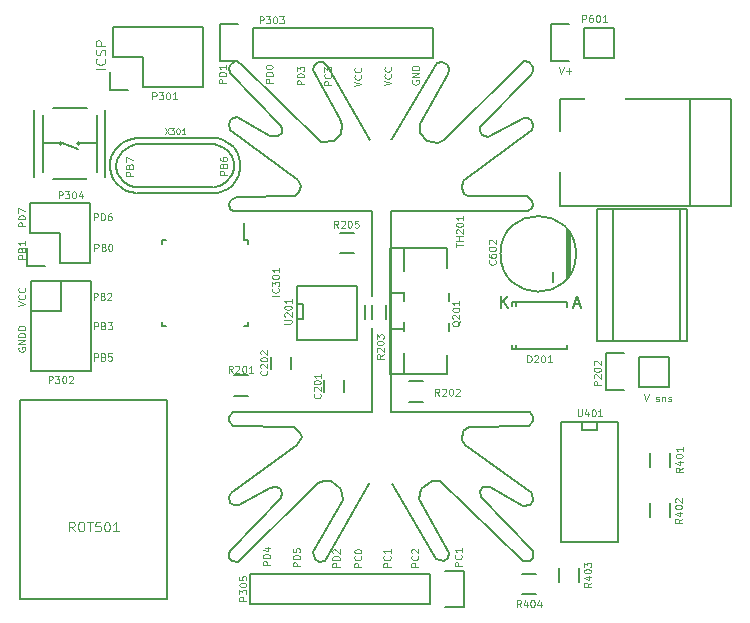
<source format=gto>
G04 #@! TF.FileFunction,Legend,Top*
%FSLAX46Y46*%
G04 Gerber Fmt 4.6, Leading zero omitted, Abs format (unit mm)*
G04 Created by KiCad (PCBNEW (2015-01-16 BZR 5376)-product) date 3/6/2015 8:50:02 PM*
%MOMM*%
G01*
G04 APERTURE LIST*
%ADD10C,0.100000*%
%ADD11C,0.075000*%
%ADD12C,0.150000*%
%ADD13O,3.500120X1.699260*%
%ADD14R,1.250000X1.000000*%
%ADD15C,2.300000*%
%ADD16R,2.300000X2.300000*%
%ADD17R,0.700000X1.300000*%
%ADD18R,1.300000X0.700000*%
%ADD19C,1.524000*%
%ADD20R,0.508000X1.143000*%
%ADD21C,1.501140*%
%ADD22R,1.727200X1.727200*%
%ADD23O,1.727200X1.727200*%
%ADD24C,4.064000*%
%ADD25R,1.143000X0.508000*%
%ADD26R,2.499360X2.301240*%
%ADD27R,3.500120X3.500120*%
%ADD28C,1.724000*%
%ADD29R,1.998980X1.998980*%
%ADD30C,1.998980*%
%ADD31R,0.550000X1.600000*%
%ADD32R,1.600000X0.550000*%
%ADD33C,3.300000*%
%ADD34R,1.727200X2.032000*%
%ADD35O,1.727200X2.032000*%
%ADD36C,1.778000*%
%ADD37R,2.032000X2.032000*%
%ADD38O,2.032000X2.032000*%
G04 APERTURE END LIST*
D10*
D11*
X168300000Y-78023942D02*
X168271429Y-78081085D01*
X168271429Y-78166799D01*
X168300000Y-78252514D01*
X168357143Y-78309656D01*
X168414286Y-78338228D01*
X168528571Y-78366799D01*
X168614286Y-78366799D01*
X168728571Y-78338228D01*
X168785714Y-78309656D01*
X168842857Y-78252514D01*
X168871429Y-78166799D01*
X168871429Y-78109656D01*
X168842857Y-78023942D01*
X168814286Y-77995371D01*
X168614286Y-77995371D01*
X168614286Y-78109656D01*
X168871429Y-77738228D02*
X168271429Y-77738228D01*
X168871429Y-77395371D01*
X168271429Y-77395371D01*
X168871429Y-77109657D02*
X168271429Y-77109657D01*
X168271429Y-76966800D01*
X168300000Y-76881085D01*
X168357143Y-76823943D01*
X168414286Y-76795371D01*
X168528571Y-76766800D01*
X168614286Y-76766800D01*
X168728571Y-76795371D01*
X168785714Y-76823943D01*
X168842857Y-76881085D01*
X168871429Y-76966800D01*
X168871429Y-77109657D01*
X168871429Y-76509657D02*
X168271429Y-76509657D01*
X168271429Y-76366800D01*
X168300000Y-76281085D01*
X168357143Y-76223943D01*
X168414286Y-76195371D01*
X168528571Y-76166800D01*
X168614286Y-76166800D01*
X168728571Y-76195371D01*
X168785714Y-76223943D01*
X168842857Y-76281085D01*
X168871429Y-76366800D01*
X168871429Y-76509657D01*
X168271429Y-74510800D02*
X168871429Y-74310800D01*
X168271429Y-74110800D01*
X168814286Y-73567943D02*
X168842857Y-73596514D01*
X168871429Y-73682228D01*
X168871429Y-73739371D01*
X168842857Y-73825086D01*
X168785714Y-73882228D01*
X168728571Y-73910800D01*
X168614286Y-73939371D01*
X168528571Y-73939371D01*
X168414286Y-73910800D01*
X168357143Y-73882228D01*
X168300000Y-73825086D01*
X168271429Y-73739371D01*
X168271429Y-73682228D01*
X168300000Y-73596514D01*
X168328571Y-73567943D01*
X168814286Y-72967943D02*
X168842857Y-72996514D01*
X168871429Y-73082228D01*
X168871429Y-73139371D01*
X168842857Y-73225086D01*
X168785714Y-73282228D01*
X168728571Y-73310800D01*
X168614286Y-73339371D01*
X168528571Y-73339371D01*
X168414286Y-73310800D01*
X168357143Y-73282228D01*
X168300000Y-73225086D01*
X168271429Y-73139371D01*
X168271429Y-73082228D01*
X168300000Y-72996514D01*
X168328571Y-72967943D01*
X221242086Y-81967429D02*
X221442086Y-82567429D01*
X221642086Y-81967429D01*
X222270658Y-82538857D02*
X222327801Y-82567429D01*
X222442086Y-82567429D01*
X222499229Y-82538857D01*
X222527801Y-82481714D01*
X222527801Y-82453143D01*
X222499229Y-82396000D01*
X222442086Y-82367429D01*
X222356372Y-82367429D01*
X222299229Y-82338857D01*
X222270658Y-82281714D01*
X222270658Y-82253143D01*
X222299229Y-82196000D01*
X222356372Y-82167429D01*
X222442086Y-82167429D01*
X222499229Y-82196000D01*
X222784943Y-82167429D02*
X222784943Y-82567429D01*
X222784943Y-82224571D02*
X222813515Y-82196000D01*
X222870657Y-82167429D01*
X222956372Y-82167429D01*
X223013515Y-82196000D01*
X223042086Y-82253143D01*
X223042086Y-82567429D01*
X223299229Y-82538857D02*
X223356372Y-82567429D01*
X223470657Y-82567429D01*
X223527800Y-82538857D01*
X223556372Y-82481714D01*
X223556372Y-82453143D01*
X223527800Y-82396000D01*
X223470657Y-82367429D01*
X223384943Y-82367429D01*
X223327800Y-82338857D01*
X223299229Y-82281714D01*
X223299229Y-82253143D01*
X223327800Y-82196000D01*
X223384943Y-82167429D01*
X223470657Y-82167429D01*
X223527800Y-82196000D01*
X214033172Y-54230629D02*
X214233172Y-54830629D01*
X214433172Y-54230629D01*
X214633172Y-54602057D02*
X215090315Y-54602057D01*
X214861744Y-54830629D02*
X214861744Y-54373486D01*
X185945429Y-63379257D02*
X185345429Y-63379257D01*
X185345429Y-63150685D01*
X185374000Y-63093543D01*
X185402571Y-63064971D01*
X185459714Y-63036400D01*
X185545429Y-63036400D01*
X185602571Y-63064971D01*
X185631143Y-63093543D01*
X185659714Y-63150685D01*
X185659714Y-63379257D01*
X185631143Y-62579257D02*
X185659714Y-62493543D01*
X185688286Y-62464971D01*
X185745429Y-62436400D01*
X185831143Y-62436400D01*
X185888286Y-62464971D01*
X185916857Y-62493543D01*
X185945429Y-62550685D01*
X185945429Y-62779257D01*
X185345429Y-62779257D01*
X185345429Y-62579257D01*
X185374000Y-62522114D01*
X185402571Y-62493543D01*
X185459714Y-62464971D01*
X185516857Y-62464971D01*
X185574000Y-62493543D01*
X185602571Y-62522114D01*
X185631143Y-62579257D01*
X185631143Y-62779257D01*
X185345429Y-61922114D02*
X185345429Y-62036400D01*
X185374000Y-62093543D01*
X185402571Y-62122114D01*
X185488286Y-62179257D01*
X185602571Y-62207828D01*
X185831143Y-62207828D01*
X185888286Y-62179257D01*
X185916857Y-62150685D01*
X185945429Y-62093543D01*
X185945429Y-61979257D01*
X185916857Y-61922114D01*
X185888286Y-61893543D01*
X185831143Y-61864971D01*
X185688286Y-61864971D01*
X185631143Y-61893543D01*
X185602571Y-61922114D01*
X185574000Y-61979257D01*
X185574000Y-62093543D01*
X185602571Y-62150685D01*
X185631143Y-62179257D01*
X185688286Y-62207828D01*
X177995229Y-63455457D02*
X177395229Y-63455457D01*
X177395229Y-63226885D01*
X177423800Y-63169743D01*
X177452371Y-63141171D01*
X177509514Y-63112600D01*
X177595229Y-63112600D01*
X177652371Y-63141171D01*
X177680943Y-63169743D01*
X177709514Y-63226885D01*
X177709514Y-63455457D01*
X177680943Y-62655457D02*
X177709514Y-62569743D01*
X177738086Y-62541171D01*
X177795229Y-62512600D01*
X177880943Y-62512600D01*
X177938086Y-62541171D01*
X177966657Y-62569743D01*
X177995229Y-62626885D01*
X177995229Y-62855457D01*
X177395229Y-62855457D01*
X177395229Y-62655457D01*
X177423800Y-62598314D01*
X177452371Y-62569743D01*
X177509514Y-62541171D01*
X177566657Y-62541171D01*
X177623800Y-62569743D01*
X177652371Y-62598314D01*
X177680943Y-62655457D01*
X177680943Y-62855457D01*
X177395229Y-62312600D02*
X177395229Y-61912600D01*
X177995229Y-62169743D01*
X174720343Y-69842029D02*
X174720343Y-69242029D01*
X174948915Y-69242029D01*
X175006057Y-69270600D01*
X175034629Y-69299171D01*
X175063200Y-69356314D01*
X175063200Y-69442029D01*
X175034629Y-69499171D01*
X175006057Y-69527743D01*
X174948915Y-69556314D01*
X174720343Y-69556314D01*
X175520343Y-69527743D02*
X175606057Y-69556314D01*
X175634629Y-69584886D01*
X175663200Y-69642029D01*
X175663200Y-69727743D01*
X175634629Y-69784886D01*
X175606057Y-69813457D01*
X175548915Y-69842029D01*
X175320343Y-69842029D01*
X175320343Y-69242029D01*
X175520343Y-69242029D01*
X175577486Y-69270600D01*
X175606057Y-69299171D01*
X175634629Y-69356314D01*
X175634629Y-69413457D01*
X175606057Y-69470600D01*
X175577486Y-69499171D01*
X175520343Y-69527743D01*
X175320343Y-69527743D01*
X176034629Y-69242029D02*
X176091772Y-69242029D01*
X176148915Y-69270600D01*
X176177486Y-69299171D01*
X176206057Y-69356314D01*
X176234629Y-69470600D01*
X176234629Y-69613457D01*
X176206057Y-69727743D01*
X176177486Y-69784886D01*
X176148915Y-69813457D01*
X176091772Y-69842029D01*
X176034629Y-69842029D01*
X175977486Y-69813457D01*
X175948915Y-69784886D01*
X175920343Y-69727743D01*
X175891772Y-69613457D01*
X175891772Y-69470600D01*
X175920343Y-69356314D01*
X175948915Y-69299171D01*
X175977486Y-69270600D01*
X176034629Y-69242029D01*
X174669543Y-67251229D02*
X174669543Y-66651229D01*
X174898115Y-66651229D01*
X174955257Y-66679800D01*
X174983829Y-66708371D01*
X175012400Y-66765514D01*
X175012400Y-66851229D01*
X174983829Y-66908371D01*
X174955257Y-66936943D01*
X174898115Y-66965514D01*
X174669543Y-66965514D01*
X175269543Y-67251229D02*
X175269543Y-66651229D01*
X175412400Y-66651229D01*
X175498115Y-66679800D01*
X175555257Y-66736943D01*
X175583829Y-66794086D01*
X175612400Y-66908371D01*
X175612400Y-66994086D01*
X175583829Y-67108371D01*
X175555257Y-67165514D01*
X175498115Y-67222657D01*
X175412400Y-67251229D01*
X175269543Y-67251229D01*
X176126686Y-66651229D02*
X176012400Y-66651229D01*
X175955257Y-66679800D01*
X175926686Y-66708371D01*
X175869543Y-66794086D01*
X175840972Y-66908371D01*
X175840972Y-67136943D01*
X175869543Y-67194086D01*
X175898115Y-67222657D01*
X175955257Y-67251229D01*
X176069543Y-67251229D01*
X176126686Y-67222657D01*
X176155257Y-67194086D01*
X176183829Y-67136943D01*
X176183829Y-66994086D01*
X176155257Y-66936943D01*
X176126686Y-66908371D01*
X176069543Y-66879800D01*
X175955257Y-66879800D01*
X175898115Y-66908371D01*
X175869543Y-66936943D01*
X175840972Y-66994086D01*
X168871429Y-67748057D02*
X168271429Y-67748057D01*
X168271429Y-67519485D01*
X168300000Y-67462343D01*
X168328571Y-67433771D01*
X168385714Y-67405200D01*
X168471429Y-67405200D01*
X168528571Y-67433771D01*
X168557143Y-67462343D01*
X168585714Y-67519485D01*
X168585714Y-67748057D01*
X168871429Y-67148057D02*
X168271429Y-67148057D01*
X168271429Y-67005200D01*
X168300000Y-66919485D01*
X168357143Y-66862343D01*
X168414286Y-66833771D01*
X168528571Y-66805200D01*
X168614286Y-66805200D01*
X168728571Y-66833771D01*
X168785714Y-66862343D01*
X168842857Y-66919485D01*
X168871429Y-67005200D01*
X168871429Y-67148057D01*
X168271429Y-66605200D02*
X168271429Y-66205200D01*
X168871429Y-66462343D01*
X168871429Y-70491257D02*
X168271429Y-70491257D01*
X168271429Y-70262685D01*
X168300000Y-70205543D01*
X168328571Y-70176971D01*
X168385714Y-70148400D01*
X168471429Y-70148400D01*
X168528571Y-70176971D01*
X168557143Y-70205543D01*
X168585714Y-70262685D01*
X168585714Y-70491257D01*
X168557143Y-69691257D02*
X168585714Y-69605543D01*
X168614286Y-69576971D01*
X168671429Y-69548400D01*
X168757143Y-69548400D01*
X168814286Y-69576971D01*
X168842857Y-69605543D01*
X168871429Y-69662685D01*
X168871429Y-69891257D01*
X168271429Y-69891257D01*
X168271429Y-69691257D01*
X168300000Y-69634114D01*
X168328571Y-69605543D01*
X168385714Y-69576971D01*
X168442857Y-69576971D01*
X168500000Y-69605543D01*
X168528571Y-69634114D01*
X168557143Y-69691257D01*
X168557143Y-69891257D01*
X168871429Y-68976971D02*
X168871429Y-69319828D01*
X168871429Y-69148400D02*
X168271429Y-69148400D01*
X168357143Y-69205543D01*
X168414286Y-69262685D01*
X168442857Y-69319828D01*
X174644143Y-73982229D02*
X174644143Y-73382229D01*
X174872715Y-73382229D01*
X174929857Y-73410800D01*
X174958429Y-73439371D01*
X174987000Y-73496514D01*
X174987000Y-73582229D01*
X174958429Y-73639371D01*
X174929857Y-73667943D01*
X174872715Y-73696514D01*
X174644143Y-73696514D01*
X175444143Y-73667943D02*
X175529857Y-73696514D01*
X175558429Y-73725086D01*
X175587000Y-73782229D01*
X175587000Y-73867943D01*
X175558429Y-73925086D01*
X175529857Y-73953657D01*
X175472715Y-73982229D01*
X175244143Y-73982229D01*
X175244143Y-73382229D01*
X175444143Y-73382229D01*
X175501286Y-73410800D01*
X175529857Y-73439371D01*
X175558429Y-73496514D01*
X175558429Y-73553657D01*
X175529857Y-73610800D01*
X175501286Y-73639371D01*
X175444143Y-73667943D01*
X175244143Y-73667943D01*
X175815572Y-73439371D02*
X175844143Y-73410800D01*
X175901286Y-73382229D01*
X176044143Y-73382229D01*
X176101286Y-73410800D01*
X176129857Y-73439371D01*
X176158429Y-73496514D01*
X176158429Y-73553657D01*
X176129857Y-73639371D01*
X175787000Y-73982229D01*
X176158429Y-73982229D01*
X174694943Y-76471429D02*
X174694943Y-75871429D01*
X174923515Y-75871429D01*
X174980657Y-75900000D01*
X175009229Y-75928571D01*
X175037800Y-75985714D01*
X175037800Y-76071429D01*
X175009229Y-76128571D01*
X174980657Y-76157143D01*
X174923515Y-76185714D01*
X174694943Y-76185714D01*
X175494943Y-76157143D02*
X175580657Y-76185714D01*
X175609229Y-76214286D01*
X175637800Y-76271429D01*
X175637800Y-76357143D01*
X175609229Y-76414286D01*
X175580657Y-76442857D01*
X175523515Y-76471429D01*
X175294943Y-76471429D01*
X175294943Y-75871429D01*
X175494943Y-75871429D01*
X175552086Y-75900000D01*
X175580657Y-75928571D01*
X175609229Y-75985714D01*
X175609229Y-76042857D01*
X175580657Y-76100000D01*
X175552086Y-76128571D01*
X175494943Y-76157143D01*
X175294943Y-76157143D01*
X175837800Y-75871429D02*
X176209229Y-75871429D01*
X176009229Y-76100000D01*
X176094943Y-76100000D01*
X176152086Y-76128571D01*
X176180657Y-76157143D01*
X176209229Y-76214286D01*
X176209229Y-76357143D01*
X176180657Y-76414286D01*
X176152086Y-76442857D01*
X176094943Y-76471429D01*
X175923515Y-76471429D01*
X175866372Y-76442857D01*
X175837800Y-76414286D01*
X174694943Y-79113029D02*
X174694943Y-78513029D01*
X174923515Y-78513029D01*
X174980657Y-78541600D01*
X175009229Y-78570171D01*
X175037800Y-78627314D01*
X175037800Y-78713029D01*
X175009229Y-78770171D01*
X174980657Y-78798743D01*
X174923515Y-78827314D01*
X174694943Y-78827314D01*
X175494943Y-78798743D02*
X175580657Y-78827314D01*
X175609229Y-78855886D01*
X175637800Y-78913029D01*
X175637800Y-78998743D01*
X175609229Y-79055886D01*
X175580657Y-79084457D01*
X175523515Y-79113029D01*
X175294943Y-79113029D01*
X175294943Y-78513029D01*
X175494943Y-78513029D01*
X175552086Y-78541600D01*
X175580657Y-78570171D01*
X175609229Y-78627314D01*
X175609229Y-78684457D01*
X175580657Y-78741600D01*
X175552086Y-78770171D01*
X175494943Y-78798743D01*
X175294943Y-78798743D01*
X176180657Y-78513029D02*
X175894943Y-78513029D01*
X175866372Y-78798743D01*
X175894943Y-78770171D01*
X175952086Y-78741600D01*
X176094943Y-78741600D01*
X176152086Y-78770171D01*
X176180657Y-78798743D01*
X176209229Y-78855886D01*
X176209229Y-78998743D01*
X176180657Y-79055886D01*
X176152086Y-79084457D01*
X176094943Y-79113029D01*
X175952086Y-79113029D01*
X175894943Y-79084457D01*
X175866372Y-79055886D01*
X175647305Y-54393952D02*
X174847305Y-54393952D01*
X175571114Y-53555857D02*
X175609210Y-53593952D01*
X175647305Y-53708238D01*
X175647305Y-53784428D01*
X175609210Y-53898714D01*
X175533019Y-53974905D01*
X175456829Y-54013000D01*
X175304448Y-54051095D01*
X175190162Y-54051095D01*
X175037781Y-54013000D01*
X174961590Y-53974905D01*
X174885400Y-53898714D01*
X174847305Y-53784428D01*
X174847305Y-53708238D01*
X174885400Y-53593952D01*
X174923495Y-53555857D01*
X175609210Y-53251095D02*
X175647305Y-53136809D01*
X175647305Y-52946333D01*
X175609210Y-52870143D01*
X175571114Y-52832047D01*
X175494924Y-52793952D01*
X175418733Y-52793952D01*
X175342543Y-52832047D01*
X175304448Y-52870143D01*
X175266352Y-52946333D01*
X175228257Y-53098714D01*
X175190162Y-53174905D01*
X175152067Y-53213000D01*
X175075876Y-53251095D01*
X174999686Y-53251095D01*
X174923495Y-53213000D01*
X174885400Y-53174905D01*
X174847305Y-53098714D01*
X174847305Y-52908238D01*
X174885400Y-52793952D01*
X175647305Y-52451095D02*
X174847305Y-52451095D01*
X174847305Y-52146333D01*
X174885400Y-52070142D01*
X174923495Y-52032047D01*
X174999686Y-51993952D01*
X175113971Y-51993952D01*
X175190162Y-52032047D01*
X175228257Y-52070142D01*
X175266352Y-52146333D01*
X175266352Y-52451095D01*
X205808229Y-96526257D02*
X205208229Y-96526257D01*
X205208229Y-96297685D01*
X205236800Y-96240543D01*
X205265371Y-96211971D01*
X205322514Y-96183400D01*
X205408229Y-96183400D01*
X205465371Y-96211971D01*
X205493943Y-96240543D01*
X205522514Y-96297685D01*
X205522514Y-96526257D01*
X205751086Y-95583400D02*
X205779657Y-95611971D01*
X205808229Y-95697685D01*
X205808229Y-95754828D01*
X205779657Y-95840543D01*
X205722514Y-95897685D01*
X205665371Y-95926257D01*
X205551086Y-95954828D01*
X205465371Y-95954828D01*
X205351086Y-95926257D01*
X205293943Y-95897685D01*
X205236800Y-95840543D01*
X205208229Y-95754828D01*
X205208229Y-95697685D01*
X205236800Y-95611971D01*
X205265371Y-95583400D01*
X205808229Y-95011971D02*
X205808229Y-95354828D01*
X205808229Y-95183400D02*
X205208229Y-95183400D01*
X205293943Y-95240543D01*
X205351086Y-95297685D01*
X205379657Y-95354828D01*
X202150629Y-96577057D02*
X201550629Y-96577057D01*
X201550629Y-96348485D01*
X201579200Y-96291343D01*
X201607771Y-96262771D01*
X201664914Y-96234200D01*
X201750629Y-96234200D01*
X201807771Y-96262771D01*
X201836343Y-96291343D01*
X201864914Y-96348485D01*
X201864914Y-96577057D01*
X202093486Y-95634200D02*
X202122057Y-95662771D01*
X202150629Y-95748485D01*
X202150629Y-95805628D01*
X202122057Y-95891343D01*
X202064914Y-95948485D01*
X202007771Y-95977057D01*
X201893486Y-96005628D01*
X201807771Y-96005628D01*
X201693486Y-95977057D01*
X201636343Y-95948485D01*
X201579200Y-95891343D01*
X201550629Y-95805628D01*
X201550629Y-95748485D01*
X201579200Y-95662771D01*
X201607771Y-95634200D01*
X201607771Y-95405628D02*
X201579200Y-95377057D01*
X201550629Y-95319914D01*
X201550629Y-95177057D01*
X201579200Y-95119914D01*
X201607771Y-95091343D01*
X201664914Y-95062771D01*
X201722057Y-95062771D01*
X201807771Y-95091343D01*
X202150629Y-95434200D01*
X202150629Y-95062771D01*
X199788429Y-96602457D02*
X199188429Y-96602457D01*
X199188429Y-96373885D01*
X199217000Y-96316743D01*
X199245571Y-96288171D01*
X199302714Y-96259600D01*
X199388429Y-96259600D01*
X199445571Y-96288171D01*
X199474143Y-96316743D01*
X199502714Y-96373885D01*
X199502714Y-96602457D01*
X199731286Y-95659600D02*
X199759857Y-95688171D01*
X199788429Y-95773885D01*
X199788429Y-95831028D01*
X199759857Y-95916743D01*
X199702714Y-95973885D01*
X199645571Y-96002457D01*
X199531286Y-96031028D01*
X199445571Y-96031028D01*
X199331286Y-96002457D01*
X199274143Y-95973885D01*
X199217000Y-95916743D01*
X199188429Y-95831028D01*
X199188429Y-95773885D01*
X199217000Y-95688171D01*
X199245571Y-95659600D01*
X199788429Y-95088171D02*
X199788429Y-95431028D01*
X199788429Y-95259600D02*
X199188429Y-95259600D01*
X199274143Y-95316743D01*
X199331286Y-95373885D01*
X199359857Y-95431028D01*
X197324629Y-96602457D02*
X196724629Y-96602457D01*
X196724629Y-96373885D01*
X196753200Y-96316743D01*
X196781771Y-96288171D01*
X196838914Y-96259600D01*
X196924629Y-96259600D01*
X196981771Y-96288171D01*
X197010343Y-96316743D01*
X197038914Y-96373885D01*
X197038914Y-96602457D01*
X197267486Y-95659600D02*
X197296057Y-95688171D01*
X197324629Y-95773885D01*
X197324629Y-95831028D01*
X197296057Y-95916743D01*
X197238914Y-95973885D01*
X197181771Y-96002457D01*
X197067486Y-96031028D01*
X196981771Y-96031028D01*
X196867486Y-96002457D01*
X196810343Y-95973885D01*
X196753200Y-95916743D01*
X196724629Y-95831028D01*
X196724629Y-95773885D01*
X196753200Y-95688171D01*
X196781771Y-95659600D01*
X196724629Y-95288171D02*
X196724629Y-95231028D01*
X196753200Y-95173885D01*
X196781771Y-95145314D01*
X196838914Y-95116743D01*
X196953200Y-95088171D01*
X197096057Y-95088171D01*
X197210343Y-95116743D01*
X197267486Y-95145314D01*
X197296057Y-95173885D01*
X197324629Y-95231028D01*
X197324629Y-95288171D01*
X197296057Y-95345314D01*
X197267486Y-95373885D01*
X197210343Y-95402457D01*
X197096057Y-95431028D01*
X196953200Y-95431028D01*
X196838914Y-95402457D01*
X196781771Y-95373885D01*
X196753200Y-95345314D01*
X196724629Y-95288171D01*
X195470429Y-96602457D02*
X194870429Y-96602457D01*
X194870429Y-96373885D01*
X194899000Y-96316743D01*
X194927571Y-96288171D01*
X194984714Y-96259600D01*
X195070429Y-96259600D01*
X195127571Y-96288171D01*
X195156143Y-96316743D01*
X195184714Y-96373885D01*
X195184714Y-96602457D01*
X195470429Y-96002457D02*
X194870429Y-96002457D01*
X194870429Y-95859600D01*
X194899000Y-95773885D01*
X194956143Y-95716743D01*
X195013286Y-95688171D01*
X195127571Y-95659600D01*
X195213286Y-95659600D01*
X195327571Y-95688171D01*
X195384714Y-95716743D01*
X195441857Y-95773885D01*
X195470429Y-95859600D01*
X195470429Y-96002457D01*
X194927571Y-95431028D02*
X194899000Y-95402457D01*
X194870429Y-95345314D01*
X194870429Y-95202457D01*
X194899000Y-95145314D01*
X194927571Y-95116743D01*
X194984714Y-95088171D01*
X195041857Y-95088171D01*
X195127571Y-95116743D01*
X195470429Y-95459600D01*
X195470429Y-95088171D01*
X192117629Y-96526257D02*
X191517629Y-96526257D01*
X191517629Y-96297685D01*
X191546200Y-96240543D01*
X191574771Y-96211971D01*
X191631914Y-96183400D01*
X191717629Y-96183400D01*
X191774771Y-96211971D01*
X191803343Y-96240543D01*
X191831914Y-96297685D01*
X191831914Y-96526257D01*
X192117629Y-95926257D02*
X191517629Y-95926257D01*
X191517629Y-95783400D01*
X191546200Y-95697685D01*
X191603343Y-95640543D01*
X191660486Y-95611971D01*
X191774771Y-95583400D01*
X191860486Y-95583400D01*
X191974771Y-95611971D01*
X192031914Y-95640543D01*
X192089057Y-95697685D01*
X192117629Y-95783400D01*
X192117629Y-95926257D01*
X191517629Y-95040543D02*
X191517629Y-95326257D01*
X191803343Y-95354828D01*
X191774771Y-95326257D01*
X191746200Y-95269114D01*
X191746200Y-95126257D01*
X191774771Y-95069114D01*
X191803343Y-95040543D01*
X191860486Y-95011971D01*
X192003343Y-95011971D01*
X192060486Y-95040543D01*
X192089057Y-95069114D01*
X192117629Y-95126257D01*
X192117629Y-95269114D01*
X192089057Y-95326257D01*
X192060486Y-95354828D01*
X189577629Y-96424657D02*
X188977629Y-96424657D01*
X188977629Y-96196085D01*
X189006200Y-96138943D01*
X189034771Y-96110371D01*
X189091914Y-96081800D01*
X189177629Y-96081800D01*
X189234771Y-96110371D01*
X189263343Y-96138943D01*
X189291914Y-96196085D01*
X189291914Y-96424657D01*
X189577629Y-95824657D02*
X188977629Y-95824657D01*
X188977629Y-95681800D01*
X189006200Y-95596085D01*
X189063343Y-95538943D01*
X189120486Y-95510371D01*
X189234771Y-95481800D01*
X189320486Y-95481800D01*
X189434771Y-95510371D01*
X189491914Y-95538943D01*
X189549057Y-95596085D01*
X189577629Y-95681800D01*
X189577629Y-95824657D01*
X189177629Y-94967514D02*
X189577629Y-94967514D01*
X188949057Y-95110371D02*
X189377629Y-95253228D01*
X189377629Y-94881800D01*
X194784629Y-55784657D02*
X194184629Y-55784657D01*
X194184629Y-55556085D01*
X194213200Y-55498943D01*
X194241771Y-55470371D01*
X194298914Y-55441800D01*
X194384629Y-55441800D01*
X194441771Y-55470371D01*
X194470343Y-55498943D01*
X194498914Y-55556085D01*
X194498914Y-55784657D01*
X194727486Y-54841800D02*
X194756057Y-54870371D01*
X194784629Y-54956085D01*
X194784629Y-55013228D01*
X194756057Y-55098943D01*
X194698914Y-55156085D01*
X194641771Y-55184657D01*
X194527486Y-55213228D01*
X194441771Y-55213228D01*
X194327486Y-55184657D01*
X194270343Y-55156085D01*
X194213200Y-55098943D01*
X194184629Y-55013228D01*
X194184629Y-54956085D01*
X194213200Y-54870371D01*
X194241771Y-54841800D01*
X194184629Y-54641800D02*
X194184629Y-54270371D01*
X194413200Y-54470371D01*
X194413200Y-54384657D01*
X194441771Y-54327514D01*
X194470343Y-54298943D01*
X194527486Y-54270371D01*
X194670343Y-54270371D01*
X194727486Y-54298943D01*
X194756057Y-54327514D01*
X194784629Y-54384657D01*
X194784629Y-54556085D01*
X194756057Y-54613228D01*
X194727486Y-54641800D01*
X192473229Y-55733857D02*
X191873229Y-55733857D01*
X191873229Y-55505285D01*
X191901800Y-55448143D01*
X191930371Y-55419571D01*
X191987514Y-55391000D01*
X192073229Y-55391000D01*
X192130371Y-55419571D01*
X192158943Y-55448143D01*
X192187514Y-55505285D01*
X192187514Y-55733857D01*
X192473229Y-55133857D02*
X191873229Y-55133857D01*
X191873229Y-54991000D01*
X191901800Y-54905285D01*
X191958943Y-54848143D01*
X192016086Y-54819571D01*
X192130371Y-54791000D01*
X192216086Y-54791000D01*
X192330371Y-54819571D01*
X192387514Y-54848143D01*
X192444657Y-54905285D01*
X192473229Y-54991000D01*
X192473229Y-55133857D01*
X191873229Y-54591000D02*
X191873229Y-54219571D01*
X192101800Y-54419571D01*
X192101800Y-54333857D01*
X192130371Y-54276714D01*
X192158943Y-54248143D01*
X192216086Y-54219571D01*
X192358943Y-54219571D01*
X192416086Y-54248143D01*
X192444657Y-54276714D01*
X192473229Y-54333857D01*
X192473229Y-54505285D01*
X192444657Y-54562428D01*
X192416086Y-54591000D01*
X201630000Y-55397342D02*
X201601429Y-55454485D01*
X201601429Y-55540199D01*
X201630000Y-55625914D01*
X201687143Y-55683056D01*
X201744286Y-55711628D01*
X201858571Y-55740199D01*
X201944286Y-55740199D01*
X202058571Y-55711628D01*
X202115714Y-55683056D01*
X202172857Y-55625914D01*
X202201429Y-55540199D01*
X202201429Y-55483056D01*
X202172857Y-55397342D01*
X202144286Y-55368771D01*
X201944286Y-55368771D01*
X201944286Y-55483056D01*
X202201429Y-55111628D02*
X201601429Y-55111628D01*
X202201429Y-54768771D01*
X201601429Y-54768771D01*
X202201429Y-54483057D02*
X201601429Y-54483057D01*
X201601429Y-54340200D01*
X201630000Y-54254485D01*
X201687143Y-54197343D01*
X201744286Y-54168771D01*
X201858571Y-54140200D01*
X201944286Y-54140200D01*
X202058571Y-54168771D01*
X202115714Y-54197343D01*
X202172857Y-54254485D01*
X202201429Y-54340200D01*
X202201429Y-54483057D01*
X199264629Y-55816400D02*
X199864629Y-55616400D01*
X199264629Y-55416400D01*
X199807486Y-54873543D02*
X199836057Y-54902114D01*
X199864629Y-54987828D01*
X199864629Y-55044971D01*
X199836057Y-55130686D01*
X199778914Y-55187828D01*
X199721771Y-55216400D01*
X199607486Y-55244971D01*
X199521771Y-55244971D01*
X199407486Y-55216400D01*
X199350343Y-55187828D01*
X199293200Y-55130686D01*
X199264629Y-55044971D01*
X199264629Y-54987828D01*
X199293200Y-54902114D01*
X199321771Y-54873543D01*
X199807486Y-54273543D02*
X199836057Y-54302114D01*
X199864629Y-54387828D01*
X199864629Y-54444971D01*
X199836057Y-54530686D01*
X199778914Y-54587828D01*
X199721771Y-54616400D01*
X199607486Y-54644971D01*
X199521771Y-54644971D01*
X199407486Y-54616400D01*
X199350343Y-54587828D01*
X199293200Y-54530686D01*
X199264629Y-54444971D01*
X199264629Y-54387828D01*
X199293200Y-54302114D01*
X199321771Y-54273543D01*
X196724629Y-55892600D02*
X197324629Y-55692600D01*
X196724629Y-55492600D01*
X197267486Y-54949743D02*
X197296057Y-54978314D01*
X197324629Y-55064028D01*
X197324629Y-55121171D01*
X197296057Y-55206886D01*
X197238914Y-55264028D01*
X197181771Y-55292600D01*
X197067486Y-55321171D01*
X196981771Y-55321171D01*
X196867486Y-55292600D01*
X196810343Y-55264028D01*
X196753200Y-55206886D01*
X196724629Y-55121171D01*
X196724629Y-55064028D01*
X196753200Y-54978314D01*
X196781771Y-54949743D01*
X197267486Y-54349743D02*
X197296057Y-54378314D01*
X197324629Y-54464028D01*
X197324629Y-54521171D01*
X197296057Y-54606886D01*
X197238914Y-54664028D01*
X197181771Y-54692600D01*
X197067486Y-54721171D01*
X196981771Y-54721171D01*
X196867486Y-54692600D01*
X196810343Y-54664028D01*
X196753200Y-54606886D01*
X196724629Y-54521171D01*
X196724629Y-54464028D01*
X196753200Y-54378314D01*
X196781771Y-54349743D01*
X185843829Y-55632257D02*
X185243829Y-55632257D01*
X185243829Y-55403685D01*
X185272400Y-55346543D01*
X185300971Y-55317971D01*
X185358114Y-55289400D01*
X185443829Y-55289400D01*
X185500971Y-55317971D01*
X185529543Y-55346543D01*
X185558114Y-55403685D01*
X185558114Y-55632257D01*
X185843829Y-55032257D02*
X185243829Y-55032257D01*
X185243829Y-54889400D01*
X185272400Y-54803685D01*
X185329543Y-54746543D01*
X185386686Y-54717971D01*
X185500971Y-54689400D01*
X185586686Y-54689400D01*
X185700971Y-54717971D01*
X185758114Y-54746543D01*
X185815257Y-54803685D01*
X185843829Y-54889400D01*
X185843829Y-55032257D01*
X185843829Y-54117971D02*
X185843829Y-54460828D01*
X185843829Y-54289400D02*
X185243829Y-54289400D01*
X185329543Y-54346543D01*
X185386686Y-54403685D01*
X185415257Y-54460828D01*
X189806229Y-55606857D02*
X189206229Y-55606857D01*
X189206229Y-55378285D01*
X189234800Y-55321143D01*
X189263371Y-55292571D01*
X189320514Y-55264000D01*
X189406229Y-55264000D01*
X189463371Y-55292571D01*
X189491943Y-55321143D01*
X189520514Y-55378285D01*
X189520514Y-55606857D01*
X189806229Y-55006857D02*
X189206229Y-55006857D01*
X189206229Y-54864000D01*
X189234800Y-54778285D01*
X189291943Y-54721143D01*
X189349086Y-54692571D01*
X189463371Y-54664000D01*
X189549086Y-54664000D01*
X189663371Y-54692571D01*
X189720514Y-54721143D01*
X189777657Y-54778285D01*
X189806229Y-54864000D01*
X189806229Y-55006857D01*
X189206229Y-54292571D02*
X189206229Y-54235428D01*
X189234800Y-54178285D01*
X189263371Y-54149714D01*
X189320514Y-54121143D01*
X189434800Y-54092571D01*
X189577657Y-54092571D01*
X189691943Y-54121143D01*
X189749086Y-54149714D01*
X189777657Y-54178285D01*
X189806229Y-54235428D01*
X189806229Y-54292571D01*
X189777657Y-54349714D01*
X189749086Y-54378285D01*
X189691943Y-54406857D01*
X189577657Y-54435428D01*
X189434800Y-54435428D01*
X189320514Y-54406857D01*
X189263371Y-54378285D01*
X189234800Y-54349714D01*
X189206229Y-54292571D01*
D12*
X200914000Y-69596000D02*
X200914000Y-71501000D01*
X200914000Y-74041000D02*
X200914000Y-73279000D01*
X200914000Y-76454000D02*
X200914000Y-76581000D01*
X200914000Y-76454000D02*
X200914000Y-75819000D01*
X200914000Y-80264000D02*
X200914000Y-78486000D01*
X204597000Y-80264000D02*
X204597000Y-78613000D01*
X204724000Y-75946000D02*
X204724000Y-76581000D01*
X204724000Y-73406000D02*
X204724000Y-74041000D01*
X204597000Y-69596000D02*
X204597000Y-71247000D01*
X199771000Y-76454000D02*
X200914000Y-76454000D01*
X199771000Y-73406000D02*
X200914000Y-73406000D01*
X200914000Y-69596000D02*
X204597000Y-69596000D01*
X204597000Y-80264000D02*
X200914000Y-80264000D01*
X199771000Y-69596000D02*
X200914000Y-69596000D01*
X200914000Y-80264000D02*
X199771000Y-80264000D01*
X199771000Y-74930000D02*
X199771000Y-80264000D01*
X199771000Y-74930000D02*
X199771000Y-69596000D01*
X195871200Y-81780000D02*
X195871200Y-80780000D01*
X194171200Y-80780000D02*
X194171200Y-81780000D01*
X191350000Y-79849600D02*
X191350000Y-78849600D01*
X189650000Y-78849600D02*
X189650000Y-79849600D01*
X218588000Y-77462000D02*
X218588000Y-66302000D01*
X224288000Y-77462000D02*
X224288000Y-66302000D01*
X217288000Y-66302000D02*
X224888000Y-66302000D01*
X217288000Y-77462000D02*
X224888000Y-77462000D01*
X224888000Y-77462000D02*
X224888000Y-66302000D01*
X217288000Y-77462000D02*
X217288000Y-66302000D01*
X187696400Y-82104200D02*
X186496400Y-82104200D01*
X186496400Y-80354200D02*
X187696400Y-80354200D01*
X201330000Y-80862200D02*
X202530000Y-80862200D01*
X202530000Y-82612200D02*
X201330000Y-82612200D01*
X197651400Y-75631600D02*
X197651400Y-74431600D01*
X199401400Y-74431600D02*
X199401400Y-75631600D01*
X221730600Y-88128400D02*
X221730600Y-86928400D01*
X223480600Y-86928400D02*
X223480600Y-88128400D01*
X221730600Y-92395600D02*
X221730600Y-91195600D01*
X223480600Y-91195600D02*
X223480600Y-92395600D01*
X214009000Y-97882000D02*
X214009000Y-96682000D01*
X215759000Y-96682000D02*
X215759000Y-97882000D01*
X210931200Y-97169000D02*
X212131200Y-97169000D01*
X212131200Y-98919000D02*
X210931200Y-98919000D01*
X171983400Y-60731400D02*
X173318400Y-61239400D01*
X171983400Y-60731400D02*
G75*
G03X171983400Y-60731400I-127000J0D01*
G01*
X173507400Y-60731400D02*
G75*
G03X173507400Y-60731400I-127000J0D01*
G01*
X170332400Y-60731400D02*
X171729400Y-60731400D01*
X174904400Y-60731400D02*
X173507400Y-60731400D01*
X170332400Y-58318400D02*
X170332400Y-63144400D01*
X174904400Y-58318400D02*
X174904400Y-63144400D01*
X174068400Y-57731400D02*
X171168400Y-57731400D01*
X169618400Y-57881400D02*
X169618400Y-63581400D01*
X171168400Y-63731400D02*
X174068400Y-63731400D01*
X175618400Y-63581400D02*
X175618400Y-57881400D01*
X191871600Y-72796400D02*
X196951600Y-72796400D01*
X196951600Y-72796400D02*
X196951600Y-77368400D01*
X196951600Y-77368400D02*
X191871600Y-77368400D01*
X191871600Y-77368400D02*
X191871600Y-72796400D01*
X191871600Y-74320400D02*
X192379600Y-74320400D01*
X192379600Y-74320400D02*
X192379600Y-75590400D01*
X192379600Y-75590400D02*
X191871600Y-75590400D01*
X176860200Y-63611760D02*
X176659540Y-63210440D01*
X176659540Y-63210440D02*
X176557940Y-62611000D01*
X176557940Y-62611000D02*
X176659540Y-62110620D01*
X176659540Y-62110620D02*
X177058320Y-61412120D01*
X177058320Y-61412120D02*
X177660300Y-61010800D01*
X177660300Y-61010800D02*
X178259740Y-60810140D01*
X178259740Y-60810140D02*
X184858660Y-60810140D01*
X184858660Y-60810140D02*
X185559700Y-61010800D01*
X185559700Y-61010800D02*
X185958480Y-61310520D01*
X185958480Y-61310520D02*
X186359800Y-61810900D01*
X186359800Y-61810900D02*
X186560460Y-62410340D01*
X186560460Y-62410340D02*
X186560460Y-62910720D01*
X186560460Y-62910720D02*
X186359800Y-63411100D01*
X186359800Y-63411100D02*
X185859420Y-64010540D01*
X185859420Y-64010540D02*
X185359040Y-64310260D01*
X185359040Y-64310260D02*
X184858660Y-64411860D01*
X184759600Y-64411860D02*
X178158140Y-64411860D01*
X178158140Y-64411860D02*
X177759360Y-64310260D01*
X177759360Y-64310260D02*
X177258980Y-64010540D01*
X177258980Y-64010540D02*
X176758600Y-63510160D01*
X184749440Y-64940180D02*
X185209180Y-64891920D01*
X185209180Y-64891920D02*
X185607960Y-64780160D01*
X185607960Y-64780160D02*
X186039760Y-64561720D01*
X186039760Y-64561720D02*
X186329320Y-64330580D01*
X186329320Y-64330580D02*
X186659520Y-63980060D01*
X186659520Y-63980060D02*
X186949080Y-63441580D01*
X186949080Y-63441580D02*
X187078620Y-62842140D01*
X187078620Y-62842140D02*
X187078620Y-62331600D01*
X187078620Y-62331600D02*
X186908440Y-61630560D01*
X186908440Y-61630560D02*
X186509660Y-61041280D01*
X186509660Y-61041280D02*
X186049920Y-60670440D01*
X186049920Y-60670440D02*
X185628280Y-60462160D01*
X185628280Y-60462160D02*
X185178700Y-60302140D01*
X185178700Y-60302140D02*
X184739280Y-60271660D01*
X177398680Y-60490100D02*
X177020220Y-60711080D01*
X177020220Y-60711080D02*
X176700180Y-60990480D01*
X176700180Y-60990480D02*
X176448720Y-61320680D01*
X176448720Y-61320680D02*
X176149000Y-61871860D01*
X176149000Y-61871860D02*
X176039780Y-62341760D01*
X176039780Y-62341760D02*
X176019460Y-62801500D01*
X176019460Y-62801500D02*
X176108360Y-63261240D01*
X176108360Y-63261240D02*
X176298860Y-63710820D01*
X176298860Y-63710820D02*
X176659540Y-64180720D01*
X176659540Y-64180720D02*
X177010060Y-64500760D01*
X177010060Y-64500760D02*
X177398680Y-64731900D01*
X177398680Y-64731900D02*
X177827940Y-64871600D01*
X177827940Y-64871600D02*
X178269900Y-64940180D01*
X184759600Y-60281820D02*
X178308000Y-60281820D01*
X178308000Y-60281820D02*
X177888900Y-60319920D01*
X177888900Y-60319920D02*
X177398680Y-60490100D01*
X184759600Y-64940180D02*
X178308000Y-64940180D01*
X171907200Y-72390000D02*
X171907200Y-74930000D01*
X171907200Y-74930000D02*
X169367200Y-74930000D01*
X169367200Y-72390000D02*
X169367200Y-80010000D01*
X169367200Y-80010000D02*
X174447200Y-80010000D01*
X174447200Y-80010000D02*
X174447200Y-74930000D01*
X169367200Y-72390000D02*
X171907200Y-72390000D01*
X174447200Y-72390000D02*
X171907200Y-72390000D01*
X174447200Y-74930000D02*
X174447200Y-72390000D01*
X186122200Y-83890000D02*
X186427000Y-83509000D01*
X198212600Y-83509000D02*
X186427000Y-83509000D01*
X211877800Y-83864600D02*
X211573000Y-83509000D01*
X199787400Y-83509000D02*
X211573000Y-83509000D01*
X186198400Y-66287800D02*
X186427000Y-66491000D01*
X198212600Y-66491000D02*
X186427000Y-66491000D01*
X211446000Y-66491000D02*
X211776200Y-66237000D01*
X199787400Y-66491000D02*
X211446000Y-66491000D01*
X199435600Y-61182400D02*
X203728200Y-53918000D01*
X203728200Y-53918000D02*
X204185400Y-53816400D01*
X204185400Y-53816400D02*
X204642600Y-54121200D01*
X204642600Y-54121200D02*
X204769600Y-54502200D01*
X204769600Y-54502200D02*
X204668000Y-54857800D01*
X204668000Y-54857800D02*
X202255000Y-59048800D01*
X202255000Y-59048800D02*
X202305800Y-59887000D01*
X202305800Y-59887000D02*
X202864600Y-60496600D01*
X202864600Y-60496600D02*
X203804400Y-60674400D01*
X203804400Y-60674400D02*
X204312400Y-60420400D01*
X204312400Y-60420400D02*
X211094200Y-53791000D01*
X211094200Y-53791000D02*
X211526000Y-53841800D01*
X211526000Y-53841800D02*
X211856200Y-54248200D01*
X211856200Y-54248200D02*
X211881600Y-54603800D01*
X211881600Y-54603800D02*
X211678400Y-54908600D01*
X211678400Y-54908600D02*
X207385800Y-59353600D01*
X207385800Y-59353600D02*
X207360400Y-59658400D01*
X207360400Y-59658400D02*
X207512800Y-60039400D01*
X207512800Y-60039400D02*
X208071600Y-60191800D01*
X208071600Y-60191800D02*
X211094200Y-58540800D01*
X211094200Y-58540800D02*
X211424400Y-58540800D01*
X211424400Y-58540800D02*
X211780000Y-58820200D01*
X211780000Y-58820200D02*
X211881600Y-59226600D01*
X211881600Y-59226600D02*
X211780000Y-59607600D01*
X211780000Y-59607600D02*
X205938000Y-63874800D01*
X205938000Y-63874800D02*
X205811000Y-64509800D01*
X205811000Y-64509800D02*
X206014200Y-65043200D01*
X206014200Y-65043200D02*
X206344400Y-65221000D01*
X206344400Y-65221000D02*
X211322800Y-65221000D01*
X211322800Y-65221000D02*
X211780000Y-65627400D01*
X211780000Y-65627400D02*
X211856200Y-65932200D01*
X211856200Y-65932200D02*
X211780000Y-66237000D01*
X186198400Y-66287800D02*
X186100600Y-65856000D01*
X186100600Y-65856000D02*
X186253000Y-65500400D01*
X186253000Y-65500400D02*
X186761000Y-65246400D01*
X186761000Y-65246400D02*
X191663200Y-65170200D01*
X191663200Y-65170200D02*
X192044200Y-64865400D01*
X192044200Y-64865400D02*
X192247400Y-64357400D01*
X192247400Y-64357400D02*
X191993400Y-63849400D01*
X191993400Y-63849400D02*
X186176800Y-59556800D01*
X186176800Y-59556800D02*
X186100600Y-59125000D01*
X186100600Y-59125000D02*
X186303800Y-58693200D01*
X186303800Y-58693200D02*
X186761000Y-58515400D01*
X186761000Y-58515400D02*
X189580400Y-60064800D01*
X189580400Y-60064800D02*
X190291600Y-60141000D01*
X190291600Y-60141000D02*
X190596400Y-59810800D01*
X190596400Y-59810800D02*
X190596400Y-59429800D01*
X190596400Y-59429800D02*
X190418600Y-59175800D01*
X190418600Y-59175800D02*
X186227600Y-54807000D01*
X186227600Y-54807000D02*
X186100600Y-54349800D01*
X186100600Y-54349800D02*
X186303800Y-53994200D01*
X186303800Y-53994200D02*
X186710200Y-53791000D01*
X186710200Y-53791000D02*
X187091200Y-53968800D01*
X187091200Y-53968800D02*
X193873000Y-60623600D01*
X193873000Y-60623600D02*
X195016000Y-60547400D01*
X195016000Y-60547400D02*
X195574800Y-59963200D01*
X195574800Y-59963200D02*
X195676400Y-59201200D01*
X195676400Y-59201200D02*
X195549400Y-58693200D01*
X195549400Y-58693200D02*
X193187200Y-54553000D01*
X193187200Y-54553000D02*
X193314200Y-54146600D01*
X193314200Y-54146600D02*
X193669800Y-53841800D01*
X193669800Y-53841800D02*
X194101600Y-53867200D01*
X194101600Y-53867200D02*
X194482600Y-54222800D01*
X194482600Y-54222800D02*
X198445000Y-61182400D01*
X198419600Y-88817600D02*
X194203200Y-96056600D01*
X194203200Y-96056600D02*
X193695200Y-96132800D01*
X193695200Y-96132800D02*
X193365000Y-95904200D01*
X193365000Y-95904200D02*
X193238000Y-95320000D01*
X193238000Y-95320000D02*
X195752600Y-90925800D01*
X195752600Y-90925800D02*
X195600200Y-89986000D01*
X195600200Y-89986000D02*
X194787400Y-89274800D01*
X194787400Y-89274800D02*
X194127000Y-89274800D01*
X194127000Y-89274800D02*
X193669800Y-89503400D01*
X193669800Y-89503400D02*
X186888000Y-96158200D01*
X186888000Y-96158200D02*
X186405400Y-96107400D01*
X186405400Y-96107400D02*
X186151400Y-95853400D01*
X186151400Y-95853400D02*
X186075200Y-95421600D01*
X186075200Y-95421600D02*
X186253000Y-95142200D01*
X186253000Y-95142200D02*
X190494800Y-90773400D01*
X190494800Y-90773400D02*
X190621800Y-90316200D01*
X190621800Y-90316200D02*
X190444000Y-89935200D01*
X190444000Y-89935200D02*
X190037600Y-89782800D01*
X190037600Y-89782800D02*
X189605800Y-89884400D01*
X189605800Y-89884400D02*
X186938800Y-91383000D01*
X186938800Y-91383000D02*
X186532400Y-91383000D01*
X186532400Y-91383000D02*
X186202200Y-91154400D01*
X186202200Y-91154400D02*
X186075200Y-90697200D01*
X186075200Y-90697200D02*
X186253000Y-90341600D01*
X186253000Y-90341600D02*
X191841000Y-86277600D01*
X191841000Y-86277600D02*
X192272800Y-85617200D01*
X192272800Y-85617200D02*
X192145800Y-85210800D01*
X192145800Y-85210800D02*
X191612400Y-84753600D01*
X191612400Y-84753600D02*
X186456200Y-84677400D01*
X186456200Y-84677400D02*
X186151400Y-84220200D01*
X186151400Y-84220200D02*
X186126000Y-83890000D01*
X211881600Y-84245600D02*
X211551400Y-84652000D01*
X211551400Y-84652000D02*
X206395200Y-84753600D01*
X206395200Y-84753600D02*
X205887200Y-85083800D01*
X205887200Y-85083800D02*
X205811000Y-85820400D01*
X205811000Y-85820400D02*
X206090400Y-86226800D01*
X206090400Y-86226800D02*
X211754600Y-90367000D01*
X211754600Y-90367000D02*
X211881600Y-91002000D01*
X211881600Y-91002000D02*
X211602200Y-91357600D01*
X211602200Y-91357600D02*
X211043400Y-91408400D01*
X211043400Y-91408400D02*
X208173200Y-89782800D01*
X208173200Y-89782800D02*
X207639800Y-89833600D01*
X207639800Y-89833600D02*
X207385800Y-90163800D01*
X207385800Y-90163800D02*
X207411200Y-90646400D01*
X207411200Y-90646400D02*
X211856200Y-95269200D01*
X211856200Y-95269200D02*
X211856200Y-95802600D01*
X211856200Y-95802600D02*
X211627600Y-96056600D01*
X211627600Y-96056600D02*
X210992600Y-96107400D01*
X210992600Y-96107400D02*
X204007600Y-89351000D01*
X204007600Y-89351000D02*
X203321800Y-89274800D01*
X203321800Y-89274800D02*
X202356600Y-90011400D01*
X202356600Y-90011400D02*
X202229600Y-90849600D01*
X202229600Y-90849600D02*
X204769600Y-95421600D01*
X204769600Y-95421600D02*
X204668000Y-95853400D01*
X204668000Y-95853400D02*
X204312400Y-96107400D01*
X204312400Y-96107400D02*
X203601200Y-95929600D01*
X203601200Y-95929600D02*
X199486400Y-88843000D01*
X211881600Y-83864600D02*
X211881600Y-84245600D01*
X198212600Y-66491000D02*
X198212600Y-83509000D01*
X199787400Y-66491000D02*
X199787400Y-83509000D01*
X219075000Y-94488000D02*
X214249000Y-94488000D01*
X214249000Y-94488000D02*
X214249000Y-84328000D01*
X214249000Y-84328000D02*
X219075000Y-84328000D01*
X219075000Y-84328000D02*
X219075000Y-94488000D01*
X217297000Y-84328000D02*
X217297000Y-84963000D01*
X217297000Y-84963000D02*
X216027000Y-84963000D01*
X216027000Y-84963000D02*
X216027000Y-84328000D01*
X214696040Y-74399140D02*
X214696040Y-74549000D01*
X210444080Y-74399140D02*
X210444080Y-74498200D01*
X210093560Y-74399140D02*
X210093560Y-74498200D01*
X214696040Y-77899260D02*
X214696040Y-77800200D01*
X210444080Y-77899260D02*
X210444080Y-77800200D01*
X210093560Y-77899260D02*
X210093560Y-77800200D01*
X210444080Y-74150220D02*
X210444080Y-74348340D01*
X210444080Y-78148180D02*
X210444080Y-77950060D01*
X210098640Y-74152760D02*
X210098640Y-74350880D01*
X214701120Y-74152760D02*
X210098640Y-74152760D01*
X214701120Y-74152760D02*
X214701120Y-74350880D01*
X214696040Y-78148180D02*
X214696040Y-77950060D01*
X214696040Y-78148180D02*
X210093560Y-78148180D01*
X210093560Y-78148180D02*
X210093560Y-77950060D01*
X225132900Y-65994280D02*
X225132900Y-56992520D01*
X228633020Y-65994280D02*
X228633020Y-56992520D01*
X228633020Y-56992520D02*
X214132160Y-56992520D01*
X214132160Y-56992520D02*
X214132160Y-65994280D01*
X214132160Y-65994280D02*
X228633020Y-65994280D01*
X178841400Y-55930800D02*
X183921400Y-55930800D01*
X176021400Y-56210800D02*
X176021400Y-54660800D01*
X176301400Y-53390800D02*
X178841400Y-53390800D01*
X178841400Y-53390800D02*
X178841400Y-55930800D01*
X183921400Y-55930800D02*
X183921400Y-50850800D01*
X183921400Y-50850800D02*
X178841400Y-50850800D01*
X176021400Y-56210800D02*
X177571400Y-56210800D01*
X176301400Y-50850800D02*
X176301400Y-53390800D01*
X178841400Y-50850800D02*
X176301400Y-50850800D01*
X168400400Y-82478000D02*
X180900400Y-82478000D01*
X180900400Y-82478000D02*
X180900400Y-99278000D01*
X180900400Y-99278000D02*
X168400400Y-99278000D01*
X168400400Y-99278000D02*
X168400400Y-82478000D01*
X213563200Y-71602600D02*
X213563200Y-72491600D01*
X214960200Y-71728600D02*
X214960200Y-68428600D01*
X214833200Y-68178600D02*
X214833200Y-71978600D01*
X214706200Y-67978600D02*
X214706200Y-72178600D01*
X215493200Y-70078600D02*
G75*
G03X215493200Y-70078600I-3200000J0D01*
G01*
X187724200Y-68917400D02*
X187399200Y-68917400D01*
X187724200Y-76167400D02*
X187399200Y-76167400D01*
X180474200Y-76167400D02*
X180799200Y-76167400D01*
X180474200Y-68917400D02*
X180799200Y-68917400D01*
X187724200Y-68917400D02*
X187724200Y-69242400D01*
X180474200Y-68917400D02*
X180474200Y-69242400D01*
X180474200Y-76167400D02*
X180474200Y-75842400D01*
X187724200Y-76167400D02*
X187724200Y-75842400D01*
X187399200Y-68917400D02*
X187399200Y-67492400D01*
X170561000Y-71095200D02*
X169011000Y-71095200D01*
X169011000Y-69545200D02*
X169011000Y-71095200D01*
X171831000Y-70815200D02*
X171831000Y-68275200D01*
X171831000Y-68275200D02*
X169291000Y-68275200D01*
X169291000Y-68275200D02*
X169291000Y-65735200D01*
X169291000Y-65735200D02*
X174371000Y-65735200D01*
X174371000Y-65735200D02*
X174371000Y-70815200D01*
X174371000Y-70815200D02*
X171831000Y-70815200D01*
X203149200Y-99720400D02*
X187909200Y-99720400D01*
X187909200Y-99720400D02*
X187909200Y-97180400D01*
X187909200Y-97180400D02*
X203149200Y-97180400D01*
X205969200Y-100000400D02*
X204419200Y-100000400D01*
X203149200Y-99720400D02*
X203149200Y-97180400D01*
X204419200Y-96900400D02*
X205969200Y-96900400D01*
X205969200Y-96900400D02*
X205969200Y-100000400D01*
X196713400Y-70039200D02*
X195513400Y-70039200D01*
X195513400Y-68289200D02*
X196713400Y-68289200D01*
X216179400Y-50927000D02*
X218719400Y-50927000D01*
X213359400Y-50647000D02*
X214909400Y-50647000D01*
X216179400Y-50927000D02*
X216179400Y-53467000D01*
X214909400Y-53747000D02*
X213359400Y-53747000D01*
X213359400Y-53747000D02*
X213359400Y-50647000D01*
X216179400Y-53467000D02*
X218719400Y-53467000D01*
X218719400Y-53467000D02*
X218719400Y-50927000D01*
X220853000Y-78790800D02*
X223393000Y-78790800D01*
X218033000Y-78510800D02*
X219583000Y-78510800D01*
X220853000Y-78790800D02*
X220853000Y-81330800D01*
X219583000Y-81610800D02*
X218033000Y-81610800D01*
X218033000Y-81610800D02*
X218033000Y-78510800D01*
X220853000Y-81330800D02*
X223393000Y-81330800D01*
X223393000Y-81330800D02*
X223393000Y-78790800D01*
X188163200Y-50927000D02*
X203403200Y-50927000D01*
X203403200Y-50927000D02*
X203403200Y-53467000D01*
X203403200Y-53467000D02*
X188163200Y-53467000D01*
X185343200Y-50647000D02*
X186893200Y-50647000D01*
X188163200Y-50927000D02*
X188163200Y-53467000D01*
X186893200Y-53747000D02*
X185343200Y-53747000D01*
X185343200Y-53747000D02*
X185343200Y-50647000D01*
D11*
X205662171Y-75761772D02*
X205633600Y-75818915D01*
X205576457Y-75876058D01*
X205490743Y-75961772D01*
X205462171Y-76018915D01*
X205462171Y-76076058D01*
X205605029Y-76047486D02*
X205576457Y-76104629D01*
X205519314Y-76161772D01*
X205405029Y-76190343D01*
X205205029Y-76190343D01*
X205090743Y-76161772D01*
X205033600Y-76104629D01*
X205005029Y-76047486D01*
X205005029Y-75933200D01*
X205033600Y-75876058D01*
X205090743Y-75818915D01*
X205205029Y-75790343D01*
X205405029Y-75790343D01*
X205519314Y-75818915D01*
X205576457Y-75876058D01*
X205605029Y-75933200D01*
X205605029Y-76047486D01*
X205062171Y-75561772D02*
X205033600Y-75533201D01*
X205005029Y-75476058D01*
X205005029Y-75333201D01*
X205033600Y-75276058D01*
X205062171Y-75247487D01*
X205119314Y-75218915D01*
X205176457Y-75218915D01*
X205262171Y-75247487D01*
X205605029Y-75590344D01*
X205605029Y-75218915D01*
X205005029Y-74847486D02*
X205005029Y-74790343D01*
X205033600Y-74733200D01*
X205062171Y-74704629D01*
X205119314Y-74676058D01*
X205233600Y-74647486D01*
X205376457Y-74647486D01*
X205490743Y-74676058D01*
X205547886Y-74704629D01*
X205576457Y-74733200D01*
X205605029Y-74790343D01*
X205605029Y-74847486D01*
X205576457Y-74904629D01*
X205547886Y-74933200D01*
X205490743Y-74961772D01*
X205376457Y-74990343D01*
X205233600Y-74990343D01*
X205119314Y-74961772D01*
X205062171Y-74933200D01*
X205033600Y-74904629D01*
X205005029Y-74847486D01*
X205605029Y-74076057D02*
X205605029Y-74418914D01*
X205605029Y-74247486D02*
X205005029Y-74247486D01*
X205090743Y-74304629D01*
X205147886Y-74361771D01*
X205176457Y-74418914D01*
X193813086Y-81926029D02*
X193841657Y-81954600D01*
X193870229Y-82040314D01*
X193870229Y-82097457D01*
X193841657Y-82183172D01*
X193784514Y-82240314D01*
X193727371Y-82268886D01*
X193613086Y-82297457D01*
X193527371Y-82297457D01*
X193413086Y-82268886D01*
X193355943Y-82240314D01*
X193298800Y-82183172D01*
X193270229Y-82097457D01*
X193270229Y-82040314D01*
X193298800Y-81954600D01*
X193327371Y-81926029D01*
X193327371Y-81697457D02*
X193298800Y-81668886D01*
X193270229Y-81611743D01*
X193270229Y-81468886D01*
X193298800Y-81411743D01*
X193327371Y-81383172D01*
X193384514Y-81354600D01*
X193441657Y-81354600D01*
X193527371Y-81383172D01*
X193870229Y-81726029D01*
X193870229Y-81354600D01*
X193270229Y-80983171D02*
X193270229Y-80926028D01*
X193298800Y-80868885D01*
X193327371Y-80840314D01*
X193384514Y-80811743D01*
X193498800Y-80783171D01*
X193641657Y-80783171D01*
X193755943Y-80811743D01*
X193813086Y-80840314D01*
X193841657Y-80868885D01*
X193870229Y-80926028D01*
X193870229Y-80983171D01*
X193841657Y-81040314D01*
X193813086Y-81068885D01*
X193755943Y-81097457D01*
X193641657Y-81126028D01*
X193498800Y-81126028D01*
X193384514Y-81097457D01*
X193327371Y-81068885D01*
X193298800Y-81040314D01*
X193270229Y-80983171D01*
X193870229Y-80211742D02*
X193870229Y-80554599D01*
X193870229Y-80383171D02*
X193270229Y-80383171D01*
X193355943Y-80440314D01*
X193413086Y-80497456D01*
X193441657Y-80554599D01*
X189291886Y-79970229D02*
X189320457Y-79998800D01*
X189349029Y-80084514D01*
X189349029Y-80141657D01*
X189320457Y-80227372D01*
X189263314Y-80284514D01*
X189206171Y-80313086D01*
X189091886Y-80341657D01*
X189006171Y-80341657D01*
X188891886Y-80313086D01*
X188834743Y-80284514D01*
X188777600Y-80227372D01*
X188749029Y-80141657D01*
X188749029Y-80084514D01*
X188777600Y-79998800D01*
X188806171Y-79970229D01*
X188806171Y-79741657D02*
X188777600Y-79713086D01*
X188749029Y-79655943D01*
X188749029Y-79513086D01*
X188777600Y-79455943D01*
X188806171Y-79427372D01*
X188863314Y-79398800D01*
X188920457Y-79398800D01*
X189006171Y-79427372D01*
X189349029Y-79770229D01*
X189349029Y-79398800D01*
X188749029Y-79027371D02*
X188749029Y-78970228D01*
X188777600Y-78913085D01*
X188806171Y-78884514D01*
X188863314Y-78855943D01*
X188977600Y-78827371D01*
X189120457Y-78827371D01*
X189234743Y-78855943D01*
X189291886Y-78884514D01*
X189320457Y-78913085D01*
X189349029Y-78970228D01*
X189349029Y-79027371D01*
X189320457Y-79084514D01*
X189291886Y-79113085D01*
X189234743Y-79141657D01*
X189120457Y-79170228D01*
X188977600Y-79170228D01*
X188863314Y-79141657D01*
X188806171Y-79113085D01*
X188777600Y-79084514D01*
X188749029Y-79027371D01*
X188806171Y-78598799D02*
X188777600Y-78570228D01*
X188749029Y-78513085D01*
X188749029Y-78370228D01*
X188777600Y-78313085D01*
X188806171Y-78284514D01*
X188863314Y-78255942D01*
X188920457Y-78255942D01*
X189006171Y-78284514D01*
X189349029Y-78627371D01*
X189349029Y-78255942D01*
X186424971Y-80154429D02*
X186224971Y-79868714D01*
X186082114Y-80154429D02*
X186082114Y-79554429D01*
X186310686Y-79554429D01*
X186367828Y-79583000D01*
X186396400Y-79611571D01*
X186424971Y-79668714D01*
X186424971Y-79754429D01*
X186396400Y-79811571D01*
X186367828Y-79840143D01*
X186310686Y-79868714D01*
X186082114Y-79868714D01*
X186653543Y-79611571D02*
X186682114Y-79583000D01*
X186739257Y-79554429D01*
X186882114Y-79554429D01*
X186939257Y-79583000D01*
X186967828Y-79611571D01*
X186996400Y-79668714D01*
X186996400Y-79725857D01*
X186967828Y-79811571D01*
X186624971Y-80154429D01*
X186996400Y-80154429D01*
X187367829Y-79554429D02*
X187424972Y-79554429D01*
X187482115Y-79583000D01*
X187510686Y-79611571D01*
X187539257Y-79668714D01*
X187567829Y-79783000D01*
X187567829Y-79925857D01*
X187539257Y-80040143D01*
X187510686Y-80097286D01*
X187482115Y-80125857D01*
X187424972Y-80154429D01*
X187367829Y-80154429D01*
X187310686Y-80125857D01*
X187282115Y-80097286D01*
X187253543Y-80040143D01*
X187224972Y-79925857D01*
X187224972Y-79783000D01*
X187253543Y-79668714D01*
X187282115Y-79611571D01*
X187310686Y-79583000D01*
X187367829Y-79554429D01*
X188139258Y-80154429D02*
X187796401Y-80154429D01*
X187967829Y-80154429D02*
X187967829Y-79554429D01*
X187910686Y-79640143D01*
X187853544Y-79697286D01*
X187796401Y-79725857D01*
X203925571Y-82084829D02*
X203725571Y-81799114D01*
X203582714Y-82084829D02*
X203582714Y-81484829D01*
X203811286Y-81484829D01*
X203868428Y-81513400D01*
X203897000Y-81541971D01*
X203925571Y-81599114D01*
X203925571Y-81684829D01*
X203897000Y-81741971D01*
X203868428Y-81770543D01*
X203811286Y-81799114D01*
X203582714Y-81799114D01*
X204154143Y-81541971D02*
X204182714Y-81513400D01*
X204239857Y-81484829D01*
X204382714Y-81484829D01*
X204439857Y-81513400D01*
X204468428Y-81541971D01*
X204497000Y-81599114D01*
X204497000Y-81656257D01*
X204468428Y-81741971D01*
X204125571Y-82084829D01*
X204497000Y-82084829D01*
X204868429Y-81484829D02*
X204925572Y-81484829D01*
X204982715Y-81513400D01*
X205011286Y-81541971D01*
X205039857Y-81599114D01*
X205068429Y-81713400D01*
X205068429Y-81856257D01*
X205039857Y-81970543D01*
X205011286Y-82027686D01*
X204982715Y-82056257D01*
X204925572Y-82084829D01*
X204868429Y-82084829D01*
X204811286Y-82056257D01*
X204782715Y-82027686D01*
X204754143Y-81970543D01*
X204725572Y-81856257D01*
X204725572Y-81713400D01*
X204754143Y-81599114D01*
X204782715Y-81541971D01*
X204811286Y-81513400D01*
X204868429Y-81484829D01*
X205297001Y-81541971D02*
X205325572Y-81513400D01*
X205382715Y-81484829D01*
X205525572Y-81484829D01*
X205582715Y-81513400D01*
X205611286Y-81541971D01*
X205639858Y-81599114D01*
X205639858Y-81656257D01*
X205611286Y-81741971D01*
X205268429Y-82084829D01*
X205639858Y-82084829D01*
X199204229Y-78598629D02*
X198918514Y-78798629D01*
X199204229Y-78941486D02*
X198604229Y-78941486D01*
X198604229Y-78712914D01*
X198632800Y-78655772D01*
X198661371Y-78627200D01*
X198718514Y-78598629D01*
X198804229Y-78598629D01*
X198861371Y-78627200D01*
X198889943Y-78655772D01*
X198918514Y-78712914D01*
X198918514Y-78941486D01*
X198661371Y-78370057D02*
X198632800Y-78341486D01*
X198604229Y-78284343D01*
X198604229Y-78141486D01*
X198632800Y-78084343D01*
X198661371Y-78055772D01*
X198718514Y-78027200D01*
X198775657Y-78027200D01*
X198861371Y-78055772D01*
X199204229Y-78398629D01*
X199204229Y-78027200D01*
X198604229Y-77655771D02*
X198604229Y-77598628D01*
X198632800Y-77541485D01*
X198661371Y-77512914D01*
X198718514Y-77484343D01*
X198832800Y-77455771D01*
X198975657Y-77455771D01*
X199089943Y-77484343D01*
X199147086Y-77512914D01*
X199175657Y-77541485D01*
X199204229Y-77598628D01*
X199204229Y-77655771D01*
X199175657Y-77712914D01*
X199147086Y-77741485D01*
X199089943Y-77770057D01*
X198975657Y-77798628D01*
X198832800Y-77798628D01*
X198718514Y-77770057D01*
X198661371Y-77741485D01*
X198632800Y-77712914D01*
X198604229Y-77655771D01*
X198604229Y-77255771D02*
X198604229Y-76884342D01*
X198832800Y-77084342D01*
X198832800Y-76998628D01*
X198861371Y-76941485D01*
X198889943Y-76912914D01*
X198947086Y-76884342D01*
X199089943Y-76884342D01*
X199147086Y-76912914D01*
X199175657Y-76941485D01*
X199204229Y-76998628D01*
X199204229Y-77170056D01*
X199175657Y-77227199D01*
X199147086Y-77255771D01*
X224528029Y-88174429D02*
X224242314Y-88374429D01*
X224528029Y-88517286D02*
X223928029Y-88517286D01*
X223928029Y-88288714D01*
X223956600Y-88231572D01*
X223985171Y-88203000D01*
X224042314Y-88174429D01*
X224128029Y-88174429D01*
X224185171Y-88203000D01*
X224213743Y-88231572D01*
X224242314Y-88288714D01*
X224242314Y-88517286D01*
X224128029Y-87660143D02*
X224528029Y-87660143D01*
X223899457Y-87803000D02*
X224328029Y-87945857D01*
X224328029Y-87574429D01*
X223928029Y-87231571D02*
X223928029Y-87174428D01*
X223956600Y-87117285D01*
X223985171Y-87088714D01*
X224042314Y-87060143D01*
X224156600Y-87031571D01*
X224299457Y-87031571D01*
X224413743Y-87060143D01*
X224470886Y-87088714D01*
X224499457Y-87117285D01*
X224528029Y-87174428D01*
X224528029Y-87231571D01*
X224499457Y-87288714D01*
X224470886Y-87317285D01*
X224413743Y-87345857D01*
X224299457Y-87374428D01*
X224156600Y-87374428D01*
X224042314Y-87345857D01*
X223985171Y-87317285D01*
X223956600Y-87288714D01*
X223928029Y-87231571D01*
X224528029Y-86460142D02*
X224528029Y-86802999D01*
X224528029Y-86631571D02*
X223928029Y-86631571D01*
X224013743Y-86688714D01*
X224070886Y-86745856D01*
X224099457Y-86802999D01*
X224477229Y-92492429D02*
X224191514Y-92692429D01*
X224477229Y-92835286D02*
X223877229Y-92835286D01*
X223877229Y-92606714D01*
X223905800Y-92549572D01*
X223934371Y-92521000D01*
X223991514Y-92492429D01*
X224077229Y-92492429D01*
X224134371Y-92521000D01*
X224162943Y-92549572D01*
X224191514Y-92606714D01*
X224191514Y-92835286D01*
X224077229Y-91978143D02*
X224477229Y-91978143D01*
X223848657Y-92121000D02*
X224277229Y-92263857D01*
X224277229Y-91892429D01*
X223877229Y-91549571D02*
X223877229Y-91492428D01*
X223905800Y-91435285D01*
X223934371Y-91406714D01*
X223991514Y-91378143D01*
X224105800Y-91349571D01*
X224248657Y-91349571D01*
X224362943Y-91378143D01*
X224420086Y-91406714D01*
X224448657Y-91435285D01*
X224477229Y-91492428D01*
X224477229Y-91549571D01*
X224448657Y-91606714D01*
X224420086Y-91635285D01*
X224362943Y-91663857D01*
X224248657Y-91692428D01*
X224105800Y-91692428D01*
X223991514Y-91663857D01*
X223934371Y-91635285D01*
X223905800Y-91606714D01*
X223877229Y-91549571D01*
X223934371Y-91120999D02*
X223905800Y-91092428D01*
X223877229Y-91035285D01*
X223877229Y-90892428D01*
X223905800Y-90835285D01*
X223934371Y-90806714D01*
X223991514Y-90778142D01*
X224048657Y-90778142D01*
X224134371Y-90806714D01*
X224477229Y-91149571D01*
X224477229Y-90778142D01*
X216755629Y-97928029D02*
X216469914Y-98128029D01*
X216755629Y-98270886D02*
X216155629Y-98270886D01*
X216155629Y-98042314D01*
X216184200Y-97985172D01*
X216212771Y-97956600D01*
X216269914Y-97928029D01*
X216355629Y-97928029D01*
X216412771Y-97956600D01*
X216441343Y-97985172D01*
X216469914Y-98042314D01*
X216469914Y-98270886D01*
X216355629Y-97413743D02*
X216755629Y-97413743D01*
X216127057Y-97556600D02*
X216555629Y-97699457D01*
X216555629Y-97328029D01*
X216155629Y-96985171D02*
X216155629Y-96928028D01*
X216184200Y-96870885D01*
X216212771Y-96842314D01*
X216269914Y-96813743D01*
X216384200Y-96785171D01*
X216527057Y-96785171D01*
X216641343Y-96813743D01*
X216698486Y-96842314D01*
X216727057Y-96870885D01*
X216755629Y-96928028D01*
X216755629Y-96985171D01*
X216727057Y-97042314D01*
X216698486Y-97070885D01*
X216641343Y-97099457D01*
X216527057Y-97128028D01*
X216384200Y-97128028D01*
X216269914Y-97099457D01*
X216212771Y-97070885D01*
X216184200Y-97042314D01*
X216155629Y-96985171D01*
X216155629Y-96585171D02*
X216155629Y-96213742D01*
X216384200Y-96413742D01*
X216384200Y-96328028D01*
X216412771Y-96270885D01*
X216441343Y-96242314D01*
X216498486Y-96213742D01*
X216641343Y-96213742D01*
X216698486Y-96242314D01*
X216727057Y-96270885D01*
X216755629Y-96328028D01*
X216755629Y-96499456D01*
X216727057Y-96556599D01*
X216698486Y-96585171D01*
X210834371Y-99991829D02*
X210634371Y-99706114D01*
X210491514Y-99991829D02*
X210491514Y-99391829D01*
X210720086Y-99391829D01*
X210777228Y-99420400D01*
X210805800Y-99448971D01*
X210834371Y-99506114D01*
X210834371Y-99591829D01*
X210805800Y-99648971D01*
X210777228Y-99677543D01*
X210720086Y-99706114D01*
X210491514Y-99706114D01*
X211348657Y-99591829D02*
X211348657Y-99991829D01*
X211205800Y-99363257D02*
X211062943Y-99791829D01*
X211434371Y-99791829D01*
X211777229Y-99391829D02*
X211834372Y-99391829D01*
X211891515Y-99420400D01*
X211920086Y-99448971D01*
X211948657Y-99506114D01*
X211977229Y-99620400D01*
X211977229Y-99763257D01*
X211948657Y-99877543D01*
X211920086Y-99934686D01*
X211891515Y-99963257D01*
X211834372Y-99991829D01*
X211777229Y-99991829D01*
X211720086Y-99963257D01*
X211691515Y-99934686D01*
X211662943Y-99877543D01*
X211634372Y-99763257D01*
X211634372Y-99620400D01*
X211662943Y-99506114D01*
X211691515Y-99448971D01*
X211720086Y-99420400D01*
X211777229Y-99391829D01*
X212491515Y-99591829D02*
X212491515Y-99991829D01*
X212348658Y-99363257D02*
X212205801Y-99791829D01*
X212577229Y-99791829D01*
X190806429Y-75983972D02*
X191292143Y-75983972D01*
X191349286Y-75955400D01*
X191377857Y-75926829D01*
X191406429Y-75869686D01*
X191406429Y-75755400D01*
X191377857Y-75698258D01*
X191349286Y-75669686D01*
X191292143Y-75641115D01*
X190806429Y-75641115D01*
X190863571Y-75383972D02*
X190835000Y-75355401D01*
X190806429Y-75298258D01*
X190806429Y-75155401D01*
X190835000Y-75098258D01*
X190863571Y-75069687D01*
X190920714Y-75041115D01*
X190977857Y-75041115D01*
X191063571Y-75069687D01*
X191406429Y-75412544D01*
X191406429Y-75041115D01*
X190806429Y-74669686D02*
X190806429Y-74612543D01*
X190835000Y-74555400D01*
X190863571Y-74526829D01*
X190920714Y-74498258D01*
X191035000Y-74469686D01*
X191177857Y-74469686D01*
X191292143Y-74498258D01*
X191349286Y-74526829D01*
X191377857Y-74555400D01*
X191406429Y-74612543D01*
X191406429Y-74669686D01*
X191377857Y-74726829D01*
X191349286Y-74755400D01*
X191292143Y-74783972D01*
X191177857Y-74812543D01*
X191035000Y-74812543D01*
X190920714Y-74783972D01*
X190863571Y-74755400D01*
X190835000Y-74726829D01*
X190806429Y-74669686D01*
X191406429Y-73898257D02*
X191406429Y-74241114D01*
X191406429Y-74069686D02*
X190806429Y-74069686D01*
X190892143Y-74126829D01*
X190949286Y-74183971D01*
X190977857Y-74241114D01*
X180678249Y-59441590D02*
X181011582Y-59941590D01*
X181011582Y-59441590D02*
X180678249Y-59941590D01*
X181154439Y-59441590D02*
X181463962Y-59441590D01*
X181297296Y-59632067D01*
X181368724Y-59632067D01*
X181416343Y-59655876D01*
X181440153Y-59679686D01*
X181463962Y-59727305D01*
X181463962Y-59846352D01*
X181440153Y-59893971D01*
X181416343Y-59917781D01*
X181368724Y-59941590D01*
X181225867Y-59941590D01*
X181178248Y-59917781D01*
X181154439Y-59893971D01*
X181773486Y-59441590D02*
X181821105Y-59441590D01*
X181868724Y-59465400D01*
X181892533Y-59489210D01*
X181916343Y-59536829D01*
X181940152Y-59632067D01*
X181940152Y-59751114D01*
X181916343Y-59846352D01*
X181892533Y-59893971D01*
X181868724Y-59917781D01*
X181821105Y-59941590D01*
X181773486Y-59941590D01*
X181725867Y-59917781D01*
X181702057Y-59893971D01*
X181678248Y-59846352D01*
X181654438Y-59751114D01*
X181654438Y-59632067D01*
X181678248Y-59536829D01*
X181702057Y-59489210D01*
X181725867Y-59465400D01*
X181773486Y-59441590D01*
X182416342Y-59941590D02*
X182130628Y-59941590D01*
X182273485Y-59941590D02*
X182273485Y-59441590D01*
X182225866Y-59513019D01*
X182178247Y-59560638D01*
X182130628Y-59584448D01*
X170842114Y-81018029D02*
X170842114Y-80418029D01*
X171070686Y-80418029D01*
X171127828Y-80446600D01*
X171156400Y-80475171D01*
X171184971Y-80532314D01*
X171184971Y-80618029D01*
X171156400Y-80675171D01*
X171127828Y-80703743D01*
X171070686Y-80732314D01*
X170842114Y-80732314D01*
X171384971Y-80418029D02*
X171756400Y-80418029D01*
X171556400Y-80646600D01*
X171642114Y-80646600D01*
X171699257Y-80675171D01*
X171727828Y-80703743D01*
X171756400Y-80760886D01*
X171756400Y-80903743D01*
X171727828Y-80960886D01*
X171699257Y-80989457D01*
X171642114Y-81018029D01*
X171470686Y-81018029D01*
X171413543Y-80989457D01*
X171384971Y-80960886D01*
X172127829Y-80418029D02*
X172184972Y-80418029D01*
X172242115Y-80446600D01*
X172270686Y-80475171D01*
X172299257Y-80532314D01*
X172327829Y-80646600D01*
X172327829Y-80789457D01*
X172299257Y-80903743D01*
X172270686Y-80960886D01*
X172242115Y-80989457D01*
X172184972Y-81018029D01*
X172127829Y-81018029D01*
X172070686Y-80989457D01*
X172042115Y-80960886D01*
X172013543Y-80903743D01*
X171984972Y-80789457D01*
X171984972Y-80646600D01*
X172013543Y-80532314D01*
X172042115Y-80475171D01*
X172070686Y-80446600D01*
X172127829Y-80418029D01*
X172556401Y-80475171D02*
X172584972Y-80446600D01*
X172642115Y-80418029D01*
X172784972Y-80418029D01*
X172842115Y-80446600D01*
X172870686Y-80475171D01*
X172899258Y-80532314D01*
X172899258Y-80589457D01*
X172870686Y-80675171D01*
X172527829Y-81018029D01*
X172899258Y-81018029D01*
X215633428Y-83237429D02*
X215633428Y-83723143D01*
X215662000Y-83780286D01*
X215690571Y-83808857D01*
X215747714Y-83837429D01*
X215862000Y-83837429D01*
X215919142Y-83808857D01*
X215947714Y-83780286D01*
X215976285Y-83723143D01*
X215976285Y-83237429D01*
X216519142Y-83437429D02*
X216519142Y-83837429D01*
X216376285Y-83208857D02*
X216233428Y-83637429D01*
X216604856Y-83637429D01*
X216947714Y-83237429D02*
X217004857Y-83237429D01*
X217062000Y-83266000D01*
X217090571Y-83294571D01*
X217119142Y-83351714D01*
X217147714Y-83466000D01*
X217147714Y-83608857D01*
X217119142Y-83723143D01*
X217090571Y-83780286D01*
X217062000Y-83808857D01*
X217004857Y-83837429D01*
X216947714Y-83837429D01*
X216890571Y-83808857D01*
X216862000Y-83780286D01*
X216833428Y-83723143D01*
X216804857Y-83608857D01*
X216804857Y-83466000D01*
X216833428Y-83351714D01*
X216862000Y-83294571D01*
X216890571Y-83266000D01*
X216947714Y-83237429D01*
X217719143Y-83837429D02*
X217376286Y-83837429D01*
X217547714Y-83837429D02*
X217547714Y-83237429D01*
X217490571Y-83323143D01*
X217433429Y-83380286D01*
X217376286Y-83408857D01*
X211380514Y-79265429D02*
X211380514Y-78665429D01*
X211523371Y-78665429D01*
X211609086Y-78694000D01*
X211666228Y-78751143D01*
X211694800Y-78808286D01*
X211723371Y-78922571D01*
X211723371Y-79008286D01*
X211694800Y-79122571D01*
X211666228Y-79179714D01*
X211609086Y-79236857D01*
X211523371Y-79265429D01*
X211380514Y-79265429D01*
X211951943Y-78722571D02*
X211980514Y-78694000D01*
X212037657Y-78665429D01*
X212180514Y-78665429D01*
X212237657Y-78694000D01*
X212266228Y-78722571D01*
X212294800Y-78779714D01*
X212294800Y-78836857D01*
X212266228Y-78922571D01*
X211923371Y-79265429D01*
X212294800Y-79265429D01*
X212666229Y-78665429D02*
X212723372Y-78665429D01*
X212780515Y-78694000D01*
X212809086Y-78722571D01*
X212837657Y-78779714D01*
X212866229Y-78894000D01*
X212866229Y-79036857D01*
X212837657Y-79151143D01*
X212809086Y-79208286D01*
X212780515Y-79236857D01*
X212723372Y-79265429D01*
X212666229Y-79265429D01*
X212609086Y-79236857D01*
X212580515Y-79208286D01*
X212551943Y-79151143D01*
X212523372Y-79036857D01*
X212523372Y-78894000D01*
X212551943Y-78779714D01*
X212580515Y-78722571D01*
X212609086Y-78694000D01*
X212666229Y-78665429D01*
X213437658Y-79265429D02*
X213094801Y-79265429D01*
X213266229Y-79265429D02*
X213266229Y-78665429D01*
X213209086Y-78751143D01*
X213151944Y-78808286D01*
X213094801Y-78836857D01*
D12*
X215357105Y-74365147D02*
X215833296Y-74365147D01*
X215261867Y-74650861D02*
X215595200Y-73650861D01*
X215928534Y-74650861D01*
X209133155Y-74650861D02*
X209133155Y-73650861D01*
X209704584Y-74650861D02*
X209276012Y-74079432D01*
X209704584Y-73650861D02*
X209133155Y-74222290D01*
D11*
X179630514Y-56989629D02*
X179630514Y-56389629D01*
X179859086Y-56389629D01*
X179916228Y-56418200D01*
X179944800Y-56446771D01*
X179973371Y-56503914D01*
X179973371Y-56589629D01*
X179944800Y-56646771D01*
X179916228Y-56675343D01*
X179859086Y-56703914D01*
X179630514Y-56703914D01*
X180173371Y-56389629D02*
X180544800Y-56389629D01*
X180344800Y-56618200D01*
X180430514Y-56618200D01*
X180487657Y-56646771D01*
X180516228Y-56675343D01*
X180544800Y-56732486D01*
X180544800Y-56875343D01*
X180516228Y-56932486D01*
X180487657Y-56961057D01*
X180430514Y-56989629D01*
X180259086Y-56989629D01*
X180201943Y-56961057D01*
X180173371Y-56932486D01*
X180916229Y-56389629D02*
X180973372Y-56389629D01*
X181030515Y-56418200D01*
X181059086Y-56446771D01*
X181087657Y-56503914D01*
X181116229Y-56618200D01*
X181116229Y-56761057D01*
X181087657Y-56875343D01*
X181059086Y-56932486D01*
X181030515Y-56961057D01*
X180973372Y-56989629D01*
X180916229Y-56989629D01*
X180859086Y-56961057D01*
X180830515Y-56932486D01*
X180801943Y-56875343D01*
X180773372Y-56761057D01*
X180773372Y-56618200D01*
X180801943Y-56503914D01*
X180830515Y-56446771D01*
X180859086Y-56418200D01*
X180916229Y-56389629D01*
X181687658Y-56989629D02*
X181344801Y-56989629D01*
X181516229Y-56989629D02*
X181516229Y-56389629D01*
X181459086Y-56475343D01*
X181401944Y-56532486D01*
X181344801Y-56561057D01*
X173031352Y-93579905D02*
X172764685Y-93198952D01*
X172574209Y-93579905D02*
X172574209Y-92779905D01*
X172878971Y-92779905D01*
X172955162Y-92818000D01*
X172993257Y-92856095D01*
X173031352Y-92932286D01*
X173031352Y-93046571D01*
X172993257Y-93122762D01*
X172955162Y-93160857D01*
X172878971Y-93198952D01*
X172574209Y-93198952D01*
X173526590Y-92779905D02*
X173678971Y-92779905D01*
X173755162Y-92818000D01*
X173831352Y-92894190D01*
X173869447Y-93046571D01*
X173869447Y-93313238D01*
X173831352Y-93465619D01*
X173755162Y-93541810D01*
X173678971Y-93579905D01*
X173526590Y-93579905D01*
X173450400Y-93541810D01*
X173374209Y-93465619D01*
X173336114Y-93313238D01*
X173336114Y-93046571D01*
X173374209Y-92894190D01*
X173450400Y-92818000D01*
X173526590Y-92779905D01*
X174098018Y-92779905D02*
X174555161Y-92779905D01*
X174326590Y-93579905D02*
X174326590Y-92779905D01*
X175202781Y-92779905D02*
X174821828Y-92779905D01*
X174783733Y-93160857D01*
X174821828Y-93122762D01*
X174898019Y-93084667D01*
X175088495Y-93084667D01*
X175164685Y-93122762D01*
X175202781Y-93160857D01*
X175240876Y-93237048D01*
X175240876Y-93427524D01*
X175202781Y-93503714D01*
X175164685Y-93541810D01*
X175088495Y-93579905D01*
X174898019Y-93579905D01*
X174821828Y-93541810D01*
X174783733Y-93503714D01*
X175736114Y-92779905D02*
X175812305Y-92779905D01*
X175888495Y-92818000D01*
X175926590Y-92856095D01*
X175964686Y-92932286D01*
X176002781Y-93084667D01*
X176002781Y-93275143D01*
X175964686Y-93427524D01*
X175926590Y-93503714D01*
X175888495Y-93541810D01*
X175812305Y-93579905D01*
X175736114Y-93579905D01*
X175659924Y-93541810D01*
X175621828Y-93503714D01*
X175583733Y-93427524D01*
X175545638Y-93275143D01*
X175545638Y-93084667D01*
X175583733Y-92932286D01*
X175621828Y-92856095D01*
X175659924Y-92818000D01*
X175736114Y-92779905D01*
X176764686Y-93579905D02*
X176307543Y-93579905D01*
X176536114Y-93579905D02*
X176536114Y-92779905D01*
X176459924Y-92894190D01*
X176383733Y-92970381D01*
X176307543Y-93008476D01*
X208646686Y-70623029D02*
X208675257Y-70651600D01*
X208703829Y-70737314D01*
X208703829Y-70794457D01*
X208675257Y-70880172D01*
X208618114Y-70937314D01*
X208560971Y-70965886D01*
X208446686Y-70994457D01*
X208360971Y-70994457D01*
X208246686Y-70965886D01*
X208189543Y-70937314D01*
X208132400Y-70880172D01*
X208103829Y-70794457D01*
X208103829Y-70737314D01*
X208132400Y-70651600D01*
X208160971Y-70623029D01*
X208103829Y-70108743D02*
X208103829Y-70223029D01*
X208132400Y-70280172D01*
X208160971Y-70308743D01*
X208246686Y-70365886D01*
X208360971Y-70394457D01*
X208589543Y-70394457D01*
X208646686Y-70365886D01*
X208675257Y-70337314D01*
X208703829Y-70280172D01*
X208703829Y-70165886D01*
X208675257Y-70108743D01*
X208646686Y-70080172D01*
X208589543Y-70051600D01*
X208446686Y-70051600D01*
X208389543Y-70080172D01*
X208360971Y-70108743D01*
X208332400Y-70165886D01*
X208332400Y-70280172D01*
X208360971Y-70337314D01*
X208389543Y-70365886D01*
X208446686Y-70394457D01*
X208103829Y-69680171D02*
X208103829Y-69623028D01*
X208132400Y-69565885D01*
X208160971Y-69537314D01*
X208218114Y-69508743D01*
X208332400Y-69480171D01*
X208475257Y-69480171D01*
X208589543Y-69508743D01*
X208646686Y-69537314D01*
X208675257Y-69565885D01*
X208703829Y-69623028D01*
X208703829Y-69680171D01*
X208675257Y-69737314D01*
X208646686Y-69765885D01*
X208589543Y-69794457D01*
X208475257Y-69823028D01*
X208332400Y-69823028D01*
X208218114Y-69794457D01*
X208160971Y-69765885D01*
X208132400Y-69737314D01*
X208103829Y-69680171D01*
X208160971Y-69251599D02*
X208132400Y-69223028D01*
X208103829Y-69165885D01*
X208103829Y-69023028D01*
X208132400Y-68965885D01*
X208160971Y-68937314D01*
X208218114Y-68908742D01*
X208275257Y-68908742D01*
X208360971Y-68937314D01*
X208703829Y-69280171D01*
X208703829Y-68908742D01*
X190339629Y-73623343D02*
X189739629Y-73623343D01*
X190282486Y-72994772D02*
X190311057Y-73023343D01*
X190339629Y-73109057D01*
X190339629Y-73166200D01*
X190311057Y-73251915D01*
X190253914Y-73309057D01*
X190196771Y-73337629D01*
X190082486Y-73366200D01*
X189996771Y-73366200D01*
X189882486Y-73337629D01*
X189825343Y-73309057D01*
X189768200Y-73251915D01*
X189739629Y-73166200D01*
X189739629Y-73109057D01*
X189768200Y-73023343D01*
X189796771Y-72994772D01*
X189739629Y-72794772D02*
X189739629Y-72423343D01*
X189968200Y-72623343D01*
X189968200Y-72537629D01*
X189996771Y-72480486D01*
X190025343Y-72451915D01*
X190082486Y-72423343D01*
X190225343Y-72423343D01*
X190282486Y-72451915D01*
X190311057Y-72480486D01*
X190339629Y-72537629D01*
X190339629Y-72709057D01*
X190311057Y-72766200D01*
X190282486Y-72794772D01*
X189739629Y-72051914D02*
X189739629Y-71994771D01*
X189768200Y-71937628D01*
X189796771Y-71909057D01*
X189853914Y-71880486D01*
X189968200Y-71851914D01*
X190111057Y-71851914D01*
X190225343Y-71880486D01*
X190282486Y-71909057D01*
X190311057Y-71937628D01*
X190339629Y-71994771D01*
X190339629Y-72051914D01*
X190311057Y-72109057D01*
X190282486Y-72137628D01*
X190225343Y-72166200D01*
X190111057Y-72194771D01*
X189968200Y-72194771D01*
X189853914Y-72166200D01*
X189796771Y-72137628D01*
X189768200Y-72109057D01*
X189739629Y-72051914D01*
X190339629Y-71280485D02*
X190339629Y-71623342D01*
X190339629Y-71451914D02*
X189739629Y-71451914D01*
X189825343Y-71509057D01*
X189882486Y-71566199D01*
X189911057Y-71623342D01*
X171680314Y-65371629D02*
X171680314Y-64771629D01*
X171908886Y-64771629D01*
X171966028Y-64800200D01*
X171994600Y-64828771D01*
X172023171Y-64885914D01*
X172023171Y-64971629D01*
X171994600Y-65028771D01*
X171966028Y-65057343D01*
X171908886Y-65085914D01*
X171680314Y-65085914D01*
X172223171Y-64771629D02*
X172594600Y-64771629D01*
X172394600Y-65000200D01*
X172480314Y-65000200D01*
X172537457Y-65028771D01*
X172566028Y-65057343D01*
X172594600Y-65114486D01*
X172594600Y-65257343D01*
X172566028Y-65314486D01*
X172537457Y-65343057D01*
X172480314Y-65371629D01*
X172308886Y-65371629D01*
X172251743Y-65343057D01*
X172223171Y-65314486D01*
X172966029Y-64771629D02*
X173023172Y-64771629D01*
X173080315Y-64800200D01*
X173108886Y-64828771D01*
X173137457Y-64885914D01*
X173166029Y-65000200D01*
X173166029Y-65143057D01*
X173137457Y-65257343D01*
X173108886Y-65314486D01*
X173080315Y-65343057D01*
X173023172Y-65371629D01*
X172966029Y-65371629D01*
X172908886Y-65343057D01*
X172880315Y-65314486D01*
X172851743Y-65257343D01*
X172823172Y-65143057D01*
X172823172Y-65000200D01*
X172851743Y-64885914D01*
X172880315Y-64828771D01*
X172908886Y-64800200D01*
X172966029Y-64771629D01*
X173680315Y-64971629D02*
X173680315Y-65371629D01*
X173537458Y-64743057D02*
X173394601Y-65171629D01*
X173766029Y-65171629D01*
X187571029Y-99439286D02*
X186971029Y-99439286D01*
X186971029Y-99210714D01*
X186999600Y-99153572D01*
X187028171Y-99125000D01*
X187085314Y-99096429D01*
X187171029Y-99096429D01*
X187228171Y-99125000D01*
X187256743Y-99153572D01*
X187285314Y-99210714D01*
X187285314Y-99439286D01*
X186971029Y-98896429D02*
X186971029Y-98525000D01*
X187199600Y-98725000D01*
X187199600Y-98639286D01*
X187228171Y-98582143D01*
X187256743Y-98553572D01*
X187313886Y-98525000D01*
X187456743Y-98525000D01*
X187513886Y-98553572D01*
X187542457Y-98582143D01*
X187571029Y-98639286D01*
X187571029Y-98810714D01*
X187542457Y-98867857D01*
X187513886Y-98896429D01*
X186971029Y-98153571D02*
X186971029Y-98096428D01*
X186999600Y-98039285D01*
X187028171Y-98010714D01*
X187085314Y-97982143D01*
X187199600Y-97953571D01*
X187342457Y-97953571D01*
X187456743Y-97982143D01*
X187513886Y-98010714D01*
X187542457Y-98039285D01*
X187571029Y-98096428D01*
X187571029Y-98153571D01*
X187542457Y-98210714D01*
X187513886Y-98239285D01*
X187456743Y-98267857D01*
X187342457Y-98296428D01*
X187199600Y-98296428D01*
X187085314Y-98267857D01*
X187028171Y-98239285D01*
X186999600Y-98210714D01*
X186971029Y-98153571D01*
X186971029Y-97410714D02*
X186971029Y-97696428D01*
X187256743Y-97724999D01*
X187228171Y-97696428D01*
X187199600Y-97639285D01*
X187199600Y-97496428D01*
X187228171Y-97439285D01*
X187256743Y-97410714D01*
X187313886Y-97382142D01*
X187456743Y-97382142D01*
X187513886Y-97410714D01*
X187542457Y-97439285D01*
X187571029Y-97496428D01*
X187571029Y-97639285D01*
X187542457Y-97696428D01*
X187513886Y-97724999D01*
X195365771Y-67860829D02*
X195165771Y-67575114D01*
X195022914Y-67860829D02*
X195022914Y-67260829D01*
X195251486Y-67260829D01*
X195308628Y-67289400D01*
X195337200Y-67317971D01*
X195365771Y-67375114D01*
X195365771Y-67460829D01*
X195337200Y-67517971D01*
X195308628Y-67546543D01*
X195251486Y-67575114D01*
X195022914Y-67575114D01*
X195594343Y-67317971D02*
X195622914Y-67289400D01*
X195680057Y-67260829D01*
X195822914Y-67260829D01*
X195880057Y-67289400D01*
X195908628Y-67317971D01*
X195937200Y-67375114D01*
X195937200Y-67432257D01*
X195908628Y-67517971D01*
X195565771Y-67860829D01*
X195937200Y-67860829D01*
X196308629Y-67260829D02*
X196365772Y-67260829D01*
X196422915Y-67289400D01*
X196451486Y-67317971D01*
X196480057Y-67375114D01*
X196508629Y-67489400D01*
X196508629Y-67632257D01*
X196480057Y-67746543D01*
X196451486Y-67803686D01*
X196422915Y-67832257D01*
X196365772Y-67860829D01*
X196308629Y-67860829D01*
X196251486Y-67832257D01*
X196222915Y-67803686D01*
X196194343Y-67746543D01*
X196165772Y-67632257D01*
X196165772Y-67489400D01*
X196194343Y-67375114D01*
X196222915Y-67317971D01*
X196251486Y-67289400D01*
X196308629Y-67260829D01*
X197051486Y-67260829D02*
X196765772Y-67260829D01*
X196737201Y-67546543D01*
X196765772Y-67517971D01*
X196822915Y-67489400D01*
X196965772Y-67489400D01*
X197022915Y-67517971D01*
X197051486Y-67546543D01*
X197080058Y-67603686D01*
X197080058Y-67746543D01*
X197051486Y-67803686D01*
X197022915Y-67832257D01*
X196965772Y-67860829D01*
X196822915Y-67860829D01*
X196765772Y-67832257D01*
X196737201Y-67803686D01*
X205335229Y-69491057D02*
X205335229Y-69148200D01*
X205935229Y-69319629D02*
X205335229Y-69319629D01*
X205935229Y-68948200D02*
X205335229Y-68948200D01*
X205620943Y-68948200D02*
X205620943Y-68605343D01*
X205935229Y-68605343D02*
X205335229Y-68605343D01*
X205392371Y-68348200D02*
X205363800Y-68319629D01*
X205335229Y-68262486D01*
X205335229Y-68119629D01*
X205363800Y-68062486D01*
X205392371Y-68033915D01*
X205449514Y-68005343D01*
X205506657Y-68005343D01*
X205592371Y-68033915D01*
X205935229Y-68376772D01*
X205935229Y-68005343D01*
X205335229Y-67633914D02*
X205335229Y-67576771D01*
X205363800Y-67519628D01*
X205392371Y-67491057D01*
X205449514Y-67462486D01*
X205563800Y-67433914D01*
X205706657Y-67433914D01*
X205820943Y-67462486D01*
X205878086Y-67491057D01*
X205906657Y-67519628D01*
X205935229Y-67576771D01*
X205935229Y-67633914D01*
X205906657Y-67691057D01*
X205878086Y-67719628D01*
X205820943Y-67748200D01*
X205706657Y-67776771D01*
X205563800Y-67776771D01*
X205449514Y-67748200D01*
X205392371Y-67719628D01*
X205363800Y-67691057D01*
X205335229Y-67633914D01*
X205935229Y-66862485D02*
X205935229Y-67205342D01*
X205935229Y-67033914D02*
X205335229Y-67033914D01*
X205420943Y-67091057D01*
X205478086Y-67148199D01*
X205506657Y-67205342D01*
X216028714Y-50461829D02*
X216028714Y-49861829D01*
X216257286Y-49861829D01*
X216314428Y-49890400D01*
X216343000Y-49918971D01*
X216371571Y-49976114D01*
X216371571Y-50061829D01*
X216343000Y-50118971D01*
X216314428Y-50147543D01*
X216257286Y-50176114D01*
X216028714Y-50176114D01*
X216885857Y-49861829D02*
X216771571Y-49861829D01*
X216714428Y-49890400D01*
X216685857Y-49918971D01*
X216628714Y-50004686D01*
X216600143Y-50118971D01*
X216600143Y-50347543D01*
X216628714Y-50404686D01*
X216657286Y-50433257D01*
X216714428Y-50461829D01*
X216828714Y-50461829D01*
X216885857Y-50433257D01*
X216914428Y-50404686D01*
X216943000Y-50347543D01*
X216943000Y-50204686D01*
X216914428Y-50147543D01*
X216885857Y-50118971D01*
X216828714Y-50090400D01*
X216714428Y-50090400D01*
X216657286Y-50118971D01*
X216628714Y-50147543D01*
X216600143Y-50204686D01*
X217314429Y-49861829D02*
X217371572Y-49861829D01*
X217428715Y-49890400D01*
X217457286Y-49918971D01*
X217485857Y-49976114D01*
X217514429Y-50090400D01*
X217514429Y-50233257D01*
X217485857Y-50347543D01*
X217457286Y-50404686D01*
X217428715Y-50433257D01*
X217371572Y-50461829D01*
X217314429Y-50461829D01*
X217257286Y-50433257D01*
X217228715Y-50404686D01*
X217200143Y-50347543D01*
X217171572Y-50233257D01*
X217171572Y-50090400D01*
X217200143Y-49976114D01*
X217228715Y-49918971D01*
X217257286Y-49890400D01*
X217314429Y-49861829D01*
X218085858Y-50461829D02*
X217743001Y-50461829D01*
X217914429Y-50461829D02*
X217914429Y-49861829D01*
X217857286Y-49947543D01*
X217800144Y-50004686D01*
X217743001Y-50033257D01*
X217593829Y-81202086D02*
X216993829Y-81202086D01*
X216993829Y-80973514D01*
X217022400Y-80916372D01*
X217050971Y-80887800D01*
X217108114Y-80859229D01*
X217193829Y-80859229D01*
X217250971Y-80887800D01*
X217279543Y-80916372D01*
X217308114Y-80973514D01*
X217308114Y-81202086D01*
X217050971Y-80630657D02*
X217022400Y-80602086D01*
X216993829Y-80544943D01*
X216993829Y-80402086D01*
X217022400Y-80344943D01*
X217050971Y-80316372D01*
X217108114Y-80287800D01*
X217165257Y-80287800D01*
X217250971Y-80316372D01*
X217593829Y-80659229D01*
X217593829Y-80287800D01*
X216993829Y-79916371D02*
X216993829Y-79859228D01*
X217022400Y-79802085D01*
X217050971Y-79773514D01*
X217108114Y-79744943D01*
X217222400Y-79716371D01*
X217365257Y-79716371D01*
X217479543Y-79744943D01*
X217536686Y-79773514D01*
X217565257Y-79802085D01*
X217593829Y-79859228D01*
X217593829Y-79916371D01*
X217565257Y-79973514D01*
X217536686Y-80002085D01*
X217479543Y-80030657D01*
X217365257Y-80059228D01*
X217222400Y-80059228D01*
X217108114Y-80030657D01*
X217050971Y-80002085D01*
X217022400Y-79973514D01*
X216993829Y-79916371D01*
X217050971Y-79487799D02*
X217022400Y-79459228D01*
X216993829Y-79402085D01*
X216993829Y-79259228D01*
X217022400Y-79202085D01*
X217050971Y-79173514D01*
X217108114Y-79144942D01*
X217165257Y-79144942D01*
X217250971Y-79173514D01*
X217593829Y-79516371D01*
X217593829Y-79144942D01*
X188698314Y-50563429D02*
X188698314Y-49963429D01*
X188926886Y-49963429D01*
X188984028Y-49992000D01*
X189012600Y-50020571D01*
X189041171Y-50077714D01*
X189041171Y-50163429D01*
X189012600Y-50220571D01*
X188984028Y-50249143D01*
X188926886Y-50277714D01*
X188698314Y-50277714D01*
X189241171Y-49963429D02*
X189612600Y-49963429D01*
X189412600Y-50192000D01*
X189498314Y-50192000D01*
X189555457Y-50220571D01*
X189584028Y-50249143D01*
X189612600Y-50306286D01*
X189612600Y-50449143D01*
X189584028Y-50506286D01*
X189555457Y-50534857D01*
X189498314Y-50563429D01*
X189326886Y-50563429D01*
X189269743Y-50534857D01*
X189241171Y-50506286D01*
X189984029Y-49963429D02*
X190041172Y-49963429D01*
X190098315Y-49992000D01*
X190126886Y-50020571D01*
X190155457Y-50077714D01*
X190184029Y-50192000D01*
X190184029Y-50334857D01*
X190155457Y-50449143D01*
X190126886Y-50506286D01*
X190098315Y-50534857D01*
X190041172Y-50563429D01*
X189984029Y-50563429D01*
X189926886Y-50534857D01*
X189898315Y-50506286D01*
X189869743Y-50449143D01*
X189841172Y-50334857D01*
X189841172Y-50192000D01*
X189869743Y-50077714D01*
X189898315Y-50020571D01*
X189926886Y-49992000D01*
X189984029Y-49963429D01*
X190384029Y-49963429D02*
X190755458Y-49963429D01*
X190555458Y-50192000D01*
X190641172Y-50192000D01*
X190698315Y-50220571D01*
X190726886Y-50249143D01*
X190755458Y-50306286D01*
X190755458Y-50449143D01*
X190726886Y-50506286D01*
X190698315Y-50534857D01*
X190641172Y-50563429D01*
X190469744Y-50563429D01*
X190412601Y-50534857D01*
X190384029Y-50506286D01*
%LPC*%
D13*
X202819000Y-74930000D03*
X202819000Y-77470000D03*
X202819000Y-72390000D03*
D14*
X195021200Y-80280000D03*
X195021200Y-82280000D03*
X190500000Y-78349600D03*
X190500000Y-80349600D03*
D15*
X221488000Y-69342000D03*
D16*
X221488000Y-74422000D03*
D17*
X186146400Y-81229200D03*
X188046400Y-81229200D03*
X202880000Y-81737200D03*
X200980000Y-81737200D03*
D18*
X198526400Y-74081600D03*
X198526400Y-75981600D03*
X222605600Y-86578400D03*
X222605600Y-88478400D03*
X222605600Y-90845600D03*
X222605600Y-92745600D03*
X214884000Y-96332000D03*
X214884000Y-98232000D03*
D17*
X212481200Y-98044000D03*
X210581200Y-98044000D03*
D19*
X174868400Y-57481400D03*
X174868400Y-63981400D03*
X170368400Y-63981400D03*
X170368400Y-57481400D03*
D20*
X192506600Y-71907400D03*
X193776600Y-71907400D03*
X195046600Y-71907400D03*
X196316600Y-71907400D03*
X196316600Y-78257400D03*
X195046600Y-78257400D03*
X193776600Y-78257400D03*
X192506600Y-78257400D03*
D21*
X184000140Y-62611000D03*
X179118260Y-62611000D03*
D22*
X170637200Y-73660000D03*
D23*
X173177200Y-73660000D03*
X170637200Y-76200000D03*
X173177200Y-76200000D03*
X170637200Y-78740000D03*
X173177200Y-78740000D03*
D24*
X199000000Y-62300000D03*
X199000000Y-87700000D03*
D25*
X213487000Y-85598000D03*
X213487000Y-86868000D03*
X213487000Y-88138000D03*
X213487000Y-89408000D03*
X213487000Y-90678000D03*
X213487000Y-91948000D03*
X213487000Y-93218000D03*
X219837000Y-93218000D03*
X219837000Y-91948000D03*
X219837000Y-89408000D03*
X219837000Y-88138000D03*
X219837000Y-86868000D03*
X219837000Y-85598000D03*
X219837000Y-90678000D03*
D26*
X214543640Y-76149200D03*
X210245960Y-76149200D03*
D27*
X214932260Y-61493400D03*
X220931740Y-61493400D03*
X217932000Y-56794400D03*
D22*
X177571400Y-54660800D03*
D23*
X177571400Y-52120800D03*
X180111400Y-54660800D03*
X180111400Y-52120800D03*
X182651400Y-54660800D03*
X182651400Y-52120800D03*
D28*
X172150400Y-98178000D03*
X174650400Y-98178000D03*
X177150400Y-98178000D03*
X172150400Y-83678000D03*
X177150400Y-83678000D03*
D29*
X211023200Y-70078600D03*
D30*
X213563200Y-70078600D03*
D31*
X186899200Y-68292400D03*
X186099200Y-68292400D03*
X185299200Y-68292400D03*
X184499200Y-68292400D03*
X183699200Y-68292400D03*
X182899200Y-68292400D03*
X182099200Y-68292400D03*
X181299200Y-68292400D03*
D32*
X179849200Y-69742400D03*
X179849200Y-70542400D03*
X179849200Y-71342400D03*
X179849200Y-72142400D03*
X179849200Y-72942400D03*
X179849200Y-73742400D03*
X179849200Y-74542400D03*
X179849200Y-75342400D03*
D31*
X181299200Y-76792400D03*
X182099200Y-76792400D03*
X182899200Y-76792400D03*
X183699200Y-76792400D03*
X184499200Y-76792400D03*
X185299200Y-76792400D03*
X186099200Y-76792400D03*
X186899200Y-76792400D03*
D32*
X188349200Y-75342400D03*
X188349200Y-74542400D03*
X188349200Y-73742400D03*
X188349200Y-72942400D03*
X188349200Y-72142400D03*
X188349200Y-71342400D03*
X188349200Y-70542400D03*
X188349200Y-69742400D03*
D22*
X170561000Y-69545200D03*
D23*
X170561000Y-67005200D03*
X173101000Y-69545200D03*
X173101000Y-67005200D03*
D33*
X221970600Y-97358200D03*
X183845200Y-97332800D03*
X171094400Y-52654200D03*
X221919800Y-52654200D03*
D34*
X204419200Y-98450400D03*
D35*
X201879200Y-98450400D03*
X199339200Y-98450400D03*
X196799200Y-98450400D03*
X194259200Y-98450400D03*
X191719200Y-98450400D03*
X189179200Y-98450400D03*
D17*
X195163400Y-69164200D03*
X197063400Y-69164200D03*
D36*
X203631800Y-68046600D03*
X201345800Y-68046600D03*
D37*
X214909400Y-52197000D03*
D38*
X217449400Y-52197000D03*
D37*
X219583000Y-80060800D03*
D38*
X222123000Y-80060800D03*
D34*
X186893200Y-52197000D03*
D35*
X189433200Y-52197000D03*
X191973200Y-52197000D03*
X194513200Y-52197000D03*
X197053200Y-52197000D03*
X199593200Y-52197000D03*
X202133200Y-52197000D03*
M02*

</source>
